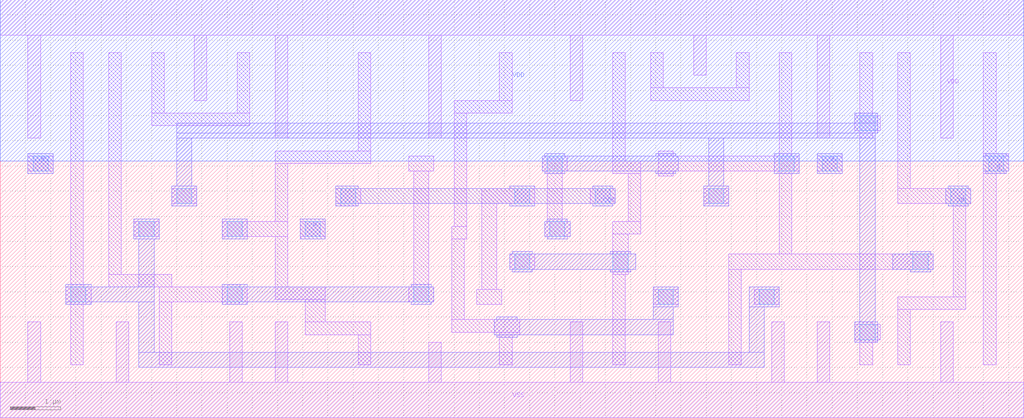
<source format=lef>
VERSION 5.7 ;
BUSBITCHARS "[]" ;
DIVIDERCHAR "/" ;

MACRO gf180mcu_osu_sc_gp12t3v3__clkinv_1
  CLASS BLOCK ;
  ORIGIN 0 0 ;
  FOREIGN gf180mcu_osu_sc_gp12t3v3__clkinv_1 ;
  SIZE 2.200 BY 8.300 ;
  PIN A
    ANTENNAGATEAREA 0.765000 ;
    PORT
      LAYER Metal2 ;
        RECT 0.550 4.850 1.050 5.250 ;
    END
  END A
  PIN Y
    ANTENNADIFFAREA 1.275000 ;
    PORT
      LAYER Metal2 ;
        RECT 1.300 3.550 1.800 3.950 ;
    END
  END Y
  PIN VDD
    ANTENNADIFFAREA 1.187500 ;
    PORT
      LAYER Nwell ;
        RECT 0.000 5.100 2.200 8.300 ;
      LAYER Metal1 ;
        RECT 0.000 7.600 2.200 8.300 ;
        RECT 0.550 5.550 0.800 7.600 ;
    END
  END VDD
  PIN VSS
    ANTENNADIFFAREA 0.762500 ;
    PORT
      LAYER Metal1 ;
        RECT 0.550 0.700 0.800 1.900 ;
        RECT 0.000 0.000 2.200 0.700 ;
    END
  END VSS
  OBS
      LAYER Metal1 ;
        RECT 0.550 4.900 1.050 5.200 ;
        RECT 1.400 3.900 1.650 7.250 ;
        RECT 1.300 3.600 1.800 3.900 ;
        RECT 1.400 1.050 1.650 3.600 ;
      LAYER Via1 ;
        RECT 0.650 4.900 0.950 5.200 ;
        RECT 1.400 3.600 1.700 3.900 ;
  END
END gf180mcu_osu_sc_gp12t3v3__clkinv_1


MACRO gf180mcu_osu_sc_gp12t3v3__inv_16
  CLASS BLOCK ;
  ORIGIN 0 0 ;
  FOREIGN gf180mcu_osu_sc_gp12t3v3__inv_16 ;
  SIZE 15.000 BY 8.300 ;
  PIN A
    ANTENNAGATEAREA 12.240001 ;
    PORT
      LAYER Metal2 ;
        RECT 0.400 3.550 0.900 3.950 ;
    END
  END A
  PIN Y
    ANTENNADIFFAREA 11.220001 ;
    PORT
      LAYER Metal2 ;
        RECT 13.150 4.200 13.650 4.600 ;
    END
  END Y
  PIN VDD
    ANTENNADIFFAREA 12.295001 ;
    PORT
      LAYER Nwell ;
        RECT 0.000 5.100 15.000 8.300 ;
      LAYER Metal1 ;
        RECT 0.000 7.600 15.000 8.300 ;
        RECT 0.550 5.550 0.800 7.600 ;
        RECT 2.250 5.550 2.500 7.600 ;
        RECT 3.950 5.550 4.200 7.600 ;
        RECT 5.650 5.550 5.900 7.600 ;
        RECT 7.350 5.550 7.600 7.600 ;
        RECT 9.050 5.550 9.300 7.600 ;
        RECT 10.750 5.550 11.000 7.600 ;
        RECT 12.450 5.550 12.700 7.600 ;
        RECT 14.150 5.550 14.400 7.600 ;
    END
  END VDD
  PIN VSS
    ANTENNADIFFAREA 8.172501 ;
    PORT
      LAYER Metal1 ;
        RECT 0.550 0.700 0.800 1.900 ;
        RECT 2.250 0.700 2.500 1.900 ;
        RECT 3.950 0.700 4.200 1.900 ;
        RECT 5.650 0.700 5.900 1.900 ;
        RECT 7.350 0.700 7.600 1.900 ;
        RECT 9.050 0.700 9.300 1.900 ;
        RECT 10.750 0.700 11.000 1.900 ;
        RECT 12.450 0.700 12.700 1.900 ;
        RECT 14.150 0.700 14.400 1.900 ;
        RECT 0.000 0.000 15.000 0.700 ;
    END
  END VSS
  OBS
      LAYER Metal1 ;
        RECT 1.400 4.800 1.650 7.250 ;
        RECT 3.100 4.800 3.350 7.250 ;
        RECT 4.800 4.800 5.050 7.250 ;
        RECT 6.500 4.800 6.750 7.250 ;
        RECT 8.200 4.800 8.450 7.250 ;
        RECT 9.900 4.800 10.150 7.250 ;
        RECT 11.600 4.800 11.850 7.250 ;
        RECT 13.300 4.800 13.550 7.250 ;
        RECT 1.400 4.550 13.550 4.800 ;
        RECT 0.400 3.600 0.900 3.900 ;
        RECT 1.400 2.400 1.650 4.550 ;
        RECT 3.100 2.400 3.350 4.550 ;
        RECT 4.800 2.400 5.050 4.550 ;
        RECT 6.500 2.400 6.750 4.550 ;
        RECT 8.200 2.400 8.450 4.550 ;
        RECT 9.900 2.400 10.150 4.550 ;
        RECT 11.600 2.400 11.850 4.550 ;
        RECT 13.150 4.200 13.550 4.550 ;
        RECT 13.300 2.400 13.550 4.200 ;
        RECT 1.400 2.150 13.550 2.400 ;
        RECT 1.400 1.050 1.650 2.150 ;
        RECT 3.100 1.050 3.350 2.150 ;
        RECT 4.800 1.050 5.050 2.150 ;
        RECT 6.500 1.050 6.750 2.150 ;
        RECT 8.200 1.050 8.450 2.150 ;
        RECT 9.900 1.050 10.150 2.150 ;
        RECT 11.600 1.050 11.850 2.150 ;
        RECT 13.300 1.050 13.550 2.150 ;
      LAYER Via1 ;
        RECT 0.500 3.600 0.800 3.900 ;
        RECT 13.250 4.250 13.550 4.550 ;
  END
END gf180mcu_osu_sc_gp12t3v3__inv_16


MACRO gf180mcu_osu_sc_gp12t3v3__fill_2
  CLASS BLOCK ;
  ORIGIN 0 0 ;
  FOREIGN gf180mcu_osu_sc_gp12t3v3__fill_2 ;
  SIZE 0.900 BY 8.200 ;
  PIN VDD
    PORT
      LAYER Metal1 ;
        RECT 0.000 7.600 0.200 8.200 ;
    END
  END VDD
  PIN VSS
    PORT
      LAYER Metal1 ;
        RECT 0.000 0.000 0.200 0.700 ;
    END
  END VSS
  OBS
      LAYER Nwell ;
        RECT 0.000 5.100 0.200 8.200 ;
  END
END gf180mcu_osu_sc_gp12t3v3__fill_2


MACRO gf180mcu_osu_sc_gp12t3v3__clkbuf_1
  CLASS BLOCK ;
  ORIGIN 0 0 ;
  FOREIGN gf180mcu_osu_sc_gp12t3v3__clkbuf_1 ;
  SIZE 3.100 BY 8.300 ;
  PIN A
    ANTENNAGATEAREA 0.765000 ;
    PORT
      LAYER Metal2 ;
        RECT 1.100 4.550 1.500 4.600 ;
        RECT 1.050 4.250 1.550 4.550 ;
        RECT 1.100 4.200 1.500 4.250 ;
    END
  END A
  PIN Y
    ANTENNADIFFAREA 1.275000 ;
    PORT
      LAYER Metal2 ;
        RECT 2.150 4.850 2.650 5.250 ;
    END
  END Y
  PIN VDD
    ANTENNADIFFAREA 1.610000 ;
    PORT
      LAYER Nwell ;
        RECT 0.000 5.100 3.100 8.300 ;
      LAYER Metal1 ;
        RECT 0.000 7.600 3.100 8.300 ;
        RECT 1.400 5.550 1.650 7.600 ;
    END
  END VDD
  PIN VSS
    ANTENNADIFFAREA 1.142500 ;
    PORT
      LAYER Metal1 ;
        RECT 1.400 0.700 1.650 1.900 ;
        RECT 0.000 0.000 3.100 0.700 ;
    END
  END VSS
  OBS
      LAYER Metal1 ;
        RECT 0.550 3.300 0.800 7.250 ;
        RECT 2.250 5.200 2.500 7.250 ;
        RECT 2.150 4.900 2.650 5.200 ;
        RECT 1.050 4.250 1.550 4.550 ;
        RECT 0.550 3.000 2.000 3.300 ;
        RECT 0.550 1.050 0.800 3.000 ;
        RECT 2.250 1.050 2.500 4.900 ;
      LAYER Via1 ;
        RECT 2.250 4.900 2.550 5.200 ;
        RECT 1.150 4.250 1.450 4.550 ;
  END
END gf180mcu_osu_sc_gp12t3v3__clkbuf_1


MACRO gf180mcu_osu_sc_gp12t3v3__tiel
  CLASS BLOCK ;
  ORIGIN 0 0 ;
  FOREIGN gf180mcu_osu_sc_gp12t3v3__tiel ;
  SIZE 2.200 BY 8.300 ;
  PIN Y
    ANTENNADIFFAREA 0.425000 ;
    PORT
      LAYER Metal2 ;
        RECT 1.300 2.150 1.800 2.550 ;
    END
  END Y
  PIN VDD
    ANTENNADIFFAREA 1.187500 ;
    PORT
      LAYER Nwell ;
        RECT 0.000 5.100 2.200 8.300 ;
      LAYER Metal1 ;
        RECT 0.000 7.600 2.200 8.300 ;
        RECT 0.550 5.550 0.800 7.600 ;
    END
  END VDD
  PIN VSS
    ANTENNADIFFAREA 0.762500 ;
    PORT
      LAYER Metal1 ;
        RECT 0.550 0.700 0.800 1.900 ;
        RECT 0.000 0.000 2.200 0.700 ;
    END
  END VSS
  OBS
      LAYER Metal1 ;
        RECT 1.400 5.200 1.650 7.250 ;
        RECT 1.150 4.950 1.650 5.200 ;
        RECT 1.400 2.500 1.650 2.550 ;
        RECT 1.300 2.200 1.800 2.500 ;
        RECT 1.400 1.050 1.650 2.200 ;
      LAYER Via1 ;
        RECT 1.400 2.200 1.700 2.500 ;
  END
END gf180mcu_osu_sc_gp12t3v3__tiel


MACRO gf180mcu_osu_sc_gp12t3v3__clkinv_16
  CLASS BLOCK ;
  ORIGIN 0 0 ;
  FOREIGN gf180mcu_osu_sc_gp12t3v3__clkinv_16 ;
  SIZE 15.000 BY 8.300 ;
  PIN A
    ANTENNAGATEAREA 12.240001 ;
    PORT
      LAYER Metal2 ;
        RECT 0.400 3.550 0.900 3.950 ;
    END
  END A
  PIN Y
    ANTENNADIFFAREA 11.220001 ;
    PORT
      LAYER Metal2 ;
        RECT 13.150 4.450 13.650 4.850 ;
    END
  END Y
  PIN VDD
    ANTENNADIFFAREA 12.295001 ;
    PORT
      LAYER Nwell ;
        RECT 0.000 5.100 15.000 8.300 ;
      LAYER Metal1 ;
        RECT 0.000 7.600 15.000 8.300 ;
        RECT 0.550 5.550 0.800 7.600 ;
        RECT 2.250 5.550 2.500 7.600 ;
        RECT 3.950 5.550 4.200 7.600 ;
        RECT 5.650 5.550 5.900 7.600 ;
        RECT 7.350 5.550 7.600 7.600 ;
        RECT 9.050 5.550 9.300 7.600 ;
        RECT 10.750 5.550 11.000 7.600 ;
        RECT 12.450 5.550 12.700 7.600 ;
        RECT 14.150 5.550 14.400 7.600 ;
    END
  END VDD
  PIN VSS
    ANTENNADIFFAREA 8.172501 ;
    PORT
      LAYER Metal1 ;
        RECT 0.550 0.700 0.800 1.900 ;
        RECT 2.250 0.700 2.500 1.900 ;
        RECT 3.950 0.700 4.200 1.900 ;
        RECT 5.650 0.700 5.900 1.900 ;
        RECT 7.350 0.700 7.600 1.900 ;
        RECT 9.050 0.700 9.300 1.900 ;
        RECT 10.750 0.700 11.000 1.900 ;
        RECT 12.450 0.700 12.700 1.900 ;
        RECT 14.150 0.700 14.400 1.900 ;
        RECT 0.000 0.000 15.000 0.700 ;
    END
  END VSS
  OBS
      LAYER Metal1 ;
        RECT 1.400 4.800 1.650 7.250 ;
        RECT 3.100 4.800 3.350 7.250 ;
        RECT 4.800 4.800 5.050 7.250 ;
        RECT 6.500 4.800 6.750 7.250 ;
        RECT 8.200 4.800 8.450 7.250 ;
        RECT 9.900 4.800 10.150 7.250 ;
        RECT 11.600 4.800 11.850 7.250 ;
        RECT 13.300 4.800 13.550 7.250 ;
        RECT 1.400 4.550 13.550 4.800 ;
        RECT 0.400 3.600 0.900 3.900 ;
        RECT 1.400 2.400 1.650 4.550 ;
        RECT 3.100 2.400 3.350 4.550 ;
        RECT 4.800 2.400 5.050 4.550 ;
        RECT 6.500 2.400 6.750 4.550 ;
        RECT 8.200 2.400 8.450 4.550 ;
        RECT 9.900 2.400 10.150 4.550 ;
        RECT 11.600 2.400 11.850 4.550 ;
        RECT 13.150 4.450 13.550 4.550 ;
        RECT 13.300 2.400 13.550 4.450 ;
        RECT 1.400 2.150 13.550 2.400 ;
        RECT 1.400 1.050 1.650 2.150 ;
        RECT 3.100 1.050 3.350 2.150 ;
        RECT 4.800 1.050 5.050 2.150 ;
        RECT 6.500 1.050 6.750 2.150 ;
        RECT 8.200 1.050 8.450 2.150 ;
        RECT 9.900 1.050 10.150 2.150 ;
        RECT 11.600 1.050 11.850 2.150 ;
        RECT 13.300 1.050 13.550 2.150 ;
      LAYER Via1 ;
        RECT 0.500 3.600 0.800 3.900 ;
        RECT 13.250 4.500 13.550 4.800 ;
  END
END gf180mcu_osu_sc_gp12t3v3__clkinv_16


MACRO gf180mcu_osu_sc_gp12t3v3__buf_1
  CLASS BLOCK ;
  ORIGIN 0 0 ;
  FOREIGN gf180mcu_osu_sc_gp12t3v3__buf_1 ;
  SIZE 3.100 BY 8.300 ;
  PIN A
    ANTENNAGATEAREA 0.765000 ;
    PORT
      LAYER Metal2 ;
        RECT 1.100 4.550 1.500 4.600 ;
        RECT 1.050 4.250 1.550 4.550 ;
        RECT 1.100 4.200 1.500 4.250 ;
    END
  END A
  PIN Y
    ANTENNADIFFAREA 1.275000 ;
    PORT
      LAYER Metal2 ;
        RECT 2.150 4.850 2.650 5.250 ;
    END
  END Y
  PIN VDD
    ANTENNADIFFAREA 1.610000 ;
    PORT
      LAYER Nwell ;
        RECT 0.000 5.100 3.100 8.300 ;
      LAYER Metal1 ;
        RECT 0.000 7.600 3.100 8.300 ;
        RECT 1.400 5.550 1.650 7.600 ;
    END
  END VDD
  PIN VSS
    ANTENNADIFFAREA 1.142500 ;
    PORT
      LAYER Metal1 ;
        RECT 1.400 0.700 1.650 1.900 ;
        RECT 0.000 0.000 3.100 0.700 ;
    END
  END VSS
  OBS
      LAYER Metal1 ;
        RECT 0.550 3.300 0.800 7.250 ;
        RECT 2.250 5.200 2.500 7.250 ;
        RECT 2.150 4.900 2.650 5.200 ;
        RECT 1.050 4.250 1.550 4.550 ;
        RECT 0.550 3.000 2.000 3.300 ;
        RECT 0.550 1.050 0.800 3.000 ;
        RECT 2.250 1.050 2.500 4.900 ;
      LAYER Via1 ;
        RECT 2.250 4.900 2.550 5.200 ;
        RECT 1.150 4.250 1.450 4.550 ;
  END
END gf180mcu_osu_sc_gp12t3v3__buf_1


MACRO gf180mcu_osu_sc_gp12t3v3__dff_1
  CLASS BLOCK ;
  ORIGIN 0 0 ;
  FOREIGN gf180mcu_osu_sc_gp12t3v3__dff_1 ;
  SIZE 13.000 BY 8.300 ;
  PIN D
    ANTENNAGATEAREA 0.765000 ;
    PORT
      LAYER Metal2 ;
        RECT 1.900 3.900 2.400 3.950 ;
        RECT 1.750 3.600 2.550 3.900 ;
        RECT 1.900 3.550 2.400 3.600 ;
    END
  END D
  PIN CLK
    ANTENNAGATEAREA 2.220000 ;
    PORT
      LAYER Metal2 ;
        RECT 3.250 4.550 3.700 4.600 ;
        RECT 6.050 4.550 6.550 4.600 ;
        RECT 7.700 4.550 8.100 4.600 ;
        RECT 3.250 4.250 8.150 4.550 ;
        RECT 3.250 4.200 3.700 4.250 ;
        RECT 6.050 4.200 6.550 4.250 ;
        RECT 7.700 4.200 8.100 4.250 ;
    END
  END CLK
  PIN Q
    ANTENNADIFFAREA 1.275000 ;
    PORT
      LAYER Metal2 ;
        RECT 12.200 5.200 12.600 5.250 ;
        RECT 12.150 4.900 12.650 5.200 ;
        RECT 12.200 4.850 12.600 4.900 ;
    END
  END Q
  PIN QN
    ANTENNAGATEAREA 0.765000 ;
    ANTENNADIFFAREA 1.275000 ;
    PORT
      LAYER Metal2 ;
        RECT 11.450 4.550 11.850 4.600 ;
        RECT 11.400 4.250 11.900 4.550 ;
        RECT 11.450 4.200 11.850 4.250 ;
    END
  END QN
  PIN VDD
    ANTENNADIFFAREA 7.965001 ;
    PORT
      LAYER Nwell ;
        RECT 0.000 5.100 13.000 8.300 ;
      LAYER Metal1 ;
        RECT 0.000 7.600 13.000 8.300 ;
        RECT 1.400 5.550 1.650 7.600 ;
        RECT 4.450 5.550 4.700 7.600 ;
        RECT 7.250 6.300 7.500 7.600 ;
        RECT 8.850 5.550 9.100 7.600 ;
        RECT 11.300 5.550 11.550 7.600 ;
    END
  END VDD
  PIN VSS
    ANTENNADIFFAREA 5.595000 ;
    PORT
      LAYER Metal1 ;
        RECT 1.400 0.700 1.650 1.900 ;
        RECT 4.450 0.700 4.700 1.500 ;
        RECT 7.250 0.700 7.500 1.900 ;
        RECT 8.850 0.700 9.100 1.550 ;
        RECT 11.300 0.700 11.550 1.900 ;
        RECT 0.000 0.000 13.000 0.700 ;
    END
  END VSS
  OBS
      LAYER Metal1 ;
        RECT 0.550 2.700 0.800 7.250 ;
        RECT 3.050 5.300 3.300 7.250 ;
        RECT 5.850 6.300 6.100 7.250 ;
        RECT 1.400 5.050 3.300 5.300 ;
        RECT 4.950 6.050 6.100 6.300 ;
        RECT 1.400 4.550 1.650 5.050 ;
        RECT 4.050 4.900 4.550 5.200 ;
        RECT 1.050 4.250 1.650 4.550 ;
        RECT 2.600 4.250 3.750 4.550 ;
        RECT 0.500 2.200 0.800 2.700 ;
        RECT 1.400 2.600 1.650 4.250 ;
        RECT 3.350 4.200 3.650 4.250 ;
        RECT 1.900 3.600 2.400 3.900 ;
        RECT 2.900 2.950 3.400 3.250 ;
        RECT 4.150 2.600 4.450 4.900 ;
        RECT 4.950 3.800 5.200 6.050 ;
        RECT 6.700 4.900 7.200 5.200 ;
        RECT 8.100 5.100 8.350 7.250 ;
        RECT 4.900 3.550 5.200 3.800 ;
        RECT 5.500 4.250 6.550 4.550 ;
        RECT 1.400 2.350 2.400 2.600 ;
        RECT 0.550 1.050 0.800 2.200 ;
        RECT 2.000 1.900 2.400 2.350 ;
        RECT 4.050 2.300 4.550 2.600 ;
        RECT 4.900 1.950 5.150 3.550 ;
        RECT 5.500 2.650 5.800 4.250 ;
        RECT 6.800 3.900 7.100 4.900 ;
        RECT 8.100 4.850 8.900 5.100 ;
        RECT 7.650 4.250 8.150 4.550 ;
        RECT 8.600 3.900 8.900 4.850 ;
        RECT 6.750 3.600 7.300 3.900 ;
        RECT 8.100 3.650 8.900 3.900 ;
        RECT 6.800 3.550 7.200 3.600 ;
        RECT 8.100 2.850 8.400 3.650 ;
        RECT 9.050 3.250 9.350 3.350 ;
        RECT 9.700 3.250 9.950 7.250 ;
        RECT 10.450 4.550 10.700 7.250 ;
        RECT 12.150 5.250 12.400 7.250 ;
        RECT 12.150 4.900 12.650 5.250 ;
        RECT 12.150 4.850 12.600 4.900 ;
        RECT 10.450 4.250 11.900 4.550 ;
        RECT 8.950 2.950 9.450 3.250 ;
        RECT 9.700 2.950 11.150 3.250 ;
        RECT 5.400 2.250 5.900 2.650 ;
        RECT 2.000 1.650 3.300 1.900 ;
        RECT 4.900 1.700 6.250 1.950 ;
        RECT 3.050 1.050 3.300 1.650 ;
        RECT 5.850 1.650 6.250 1.700 ;
        RECT 5.850 1.050 6.100 1.650 ;
        RECT 8.100 1.050 8.350 2.850 ;
        RECT 9.050 2.100 9.350 2.950 ;
        RECT 8.950 1.800 9.450 2.100 ;
        RECT 9.700 1.050 9.950 2.950 ;
        RECT 11.550 2.400 11.800 4.250 ;
        RECT 10.450 2.150 11.800 2.400 ;
        RECT 10.450 1.050 10.700 2.150 ;
        RECT 12.150 1.050 12.400 4.850 ;
      LAYER Via1 ;
        RECT 3.350 4.250 3.650 4.550 ;
        RECT 0.500 2.300 0.800 2.600 ;
        RECT 2.000 3.600 2.300 3.900 ;
        RECT 3.000 2.950 3.300 3.250 ;
        RECT 6.800 4.900 7.100 5.200 ;
        RECT 6.150 4.250 6.450 4.550 ;
        RECT 4.150 2.300 4.450 2.600 ;
        RECT 7.750 4.250 8.050 4.550 ;
        RECT 6.850 3.600 7.150 3.900 ;
        RECT 12.250 4.900 12.550 5.200 ;
        RECT 11.500 4.250 11.800 4.550 ;
        RECT 8.100 2.950 8.400 3.250 ;
        RECT 10.750 2.950 11.050 3.250 ;
        RECT 9.050 1.800 9.350 2.100 ;
      LAYER Metal2 ;
        RECT 6.750 5.200 7.150 5.250 ;
        RECT 6.700 4.900 9.900 5.200 ;
        RECT 6.750 4.850 7.150 4.900 ;
        RECT 6.800 3.900 7.200 3.950 ;
        RECT 6.750 3.600 7.250 3.900 ;
        RECT 6.800 3.550 7.200 3.600 ;
        RECT 2.950 3.250 3.350 3.300 ;
        RECT 8.050 3.250 8.450 3.300 ;
        RECT 9.600 3.250 9.900 4.900 ;
        RECT 10.700 3.250 11.100 3.300 ;
        RECT 2.900 2.950 8.550 3.250 ;
        RECT 9.600 2.950 11.150 3.250 ;
        RECT 2.950 2.900 3.350 2.950 ;
        RECT 8.050 2.900 8.450 2.950 ;
        RECT 10.700 2.900 11.100 2.950 ;
        RECT 0.450 2.600 0.850 2.650 ;
        RECT 4.100 2.600 4.500 2.650 ;
        RECT 0.400 2.300 4.550 2.600 ;
        RECT 0.450 2.250 0.850 2.300 ;
        RECT 4.100 2.250 4.500 2.300 ;
        RECT 9.000 2.100 9.400 2.150 ;
        RECT 5.800 1.950 6.200 2.000 ;
        RECT 8.500 1.950 9.450 2.100 ;
        RECT 5.750 1.800 9.450 1.950 ;
        RECT 5.750 1.750 9.400 1.800 ;
        RECT 5.750 1.650 8.800 1.750 ;
        RECT 5.800 1.600 6.200 1.650 ;
  END
END gf180mcu_osu_sc_gp12t3v3__dff_1


MACRO gf180mcu_osu_sc_gp12t3v3__inv_4
  CLASS BLOCK ;
  ORIGIN 0 0 ;
  FOREIGN gf180mcu_osu_sc_gp12t3v3__inv_4 ;
  SIZE 4.800 BY 8.300 ;
  PIN A
    ANTENNAGATEAREA 3.060000 ;
    PORT
      LAYER Metal2 ;
        RECT 0.400 3.550 0.900 3.950 ;
    END
  END A
  PIN Y
    ANTENNADIFFAREA 2.805000 ;
    PORT
      LAYER Metal2 ;
        RECT 2.950 4.200 3.450 4.600 ;
    END
  END Y
  PIN VDD
    ANTENNADIFFAREA 3.647500 ;
    PORT
      LAYER Nwell ;
        RECT 0.000 5.100 4.800 8.300 ;
      LAYER Metal1 ;
        RECT 0.000 7.600 4.800 8.300 ;
        RECT 0.550 5.550 0.800 7.600 ;
        RECT 2.250 5.550 2.500 7.600 ;
        RECT 3.950 5.550 4.200 7.600 ;
    END
  END VDD
  PIN VSS
    ANTENNADIFFAREA 2.330000 ;
    PORT
      LAYER Metal1 ;
        RECT 0.550 0.700 0.800 1.900 ;
        RECT 2.250 0.700 2.500 1.900 ;
        RECT 3.950 0.700 4.200 1.900 ;
        RECT 0.000 0.000 4.800 0.700 ;
    END
  END VSS
  OBS
      LAYER Metal1 ;
        RECT 1.400 4.800 1.650 7.250 ;
        RECT 3.100 4.800 3.350 7.250 ;
        RECT 1.400 4.550 3.350 4.800 ;
        RECT 0.400 3.600 0.900 3.900 ;
        RECT 1.400 2.400 1.650 4.550 ;
        RECT 2.950 4.200 3.350 4.550 ;
        RECT 3.100 2.400 3.350 4.200 ;
        RECT 1.400 2.150 3.350 2.400 ;
        RECT 1.400 1.050 1.650 2.150 ;
        RECT 3.100 1.050 3.350 2.150 ;
      LAYER Via1 ;
        RECT 0.500 3.600 0.800 3.900 ;
        RECT 3.050 4.250 3.350 4.550 ;
  END
END gf180mcu_osu_sc_gp12t3v3__inv_4


MACRO gf180mcu_osu_sc_gp12t3v3__inv_8
  CLASS BLOCK ;
  ORIGIN 0 0 ;
  FOREIGN gf180mcu_osu_sc_gp12t3v3__inv_8 ;
  SIZE 8.150 BY 8.300 ;
  PIN A
    ANTENNAGATEAREA 6.120000 ;
    PORT
      LAYER Metal2 ;
        RECT 0.400 3.550 0.900 3.950 ;
    END
  END A
  PIN Y
    ANTENNADIFFAREA 5.610001 ;
    PORT
      LAYER Metal2 ;
        RECT 6.350 4.200 6.850 4.600 ;
    END
  END Y
  PIN VDD
    ANTENNADIFFAREA 6.530001 ;
    PORT
      LAYER Nwell ;
        RECT 0.000 5.100 8.150 8.300 ;
      LAYER Metal1 ;
        RECT 0.000 7.600 8.150 8.300 ;
        RECT 0.550 5.550 0.800 7.600 ;
        RECT 2.250 5.550 2.500 7.600 ;
        RECT 3.950 5.550 4.200 7.600 ;
        RECT 5.650 5.550 5.900 7.600 ;
        RECT 7.350 5.550 7.600 7.600 ;
    END
  END VDD
  PIN VSS
    ANTENNADIFFAREA 4.277500 ;
    PORT
      LAYER Metal1 ;
        RECT 0.550 0.700 0.800 1.900 ;
        RECT 2.250 0.700 2.500 1.900 ;
        RECT 3.950 0.700 4.200 1.900 ;
        RECT 5.650 0.700 5.900 1.900 ;
        RECT 7.350 0.700 7.600 1.900 ;
        RECT 0.000 0.000 8.150 0.700 ;
    END
  END VSS
  OBS
      LAYER Metal1 ;
        RECT 1.400 4.800 1.650 7.250 ;
        RECT 3.100 4.800 3.350 7.250 ;
        RECT 4.800 4.800 5.050 7.250 ;
        RECT 6.500 4.800 6.750 7.250 ;
        RECT 1.400 4.550 6.750 4.800 ;
        RECT 0.400 3.600 0.900 3.900 ;
        RECT 1.400 2.400 1.650 4.550 ;
        RECT 3.100 2.400 3.350 4.550 ;
        RECT 4.800 2.400 5.050 4.550 ;
        RECT 6.350 4.200 6.750 4.550 ;
        RECT 6.500 2.400 6.750 4.200 ;
        RECT 1.400 2.150 6.750 2.400 ;
        RECT 1.400 1.050 1.650 2.150 ;
        RECT 3.100 1.050 3.350 2.150 ;
        RECT 4.800 1.050 5.050 2.150 ;
        RECT 6.500 1.050 6.750 2.150 ;
      LAYER Via1 ;
        RECT 0.500 3.600 0.800 3.900 ;
        RECT 6.450 4.250 6.750 4.550 ;
  END
END gf180mcu_osu_sc_gp12t3v3__inv_8


MACRO gf180mcu_osu_sc_gp12t3v3__fill_1
  CLASS BLOCK ;
  ORIGIN 0 0 ;
  FOREIGN gf180mcu_osu_sc_gp12t3v3__fill_1 ;
  SIZE 0.900 BY 8.300 ;
  PIN VDD
    PORT
      LAYER Metal1 ;
        RECT 0.000 7.600 0.100 8.300 ;
    END
  END VDD
  PIN VSS
    PORT
      LAYER Metal1 ;
        RECT 0.000 0.000 0.100 0.700 ;
    END
  END VSS
  OBS
      LAYER Nwell ;
        RECT 0.000 5.100 0.100 8.300 ;
  END
END gf180mcu_osu_sc_gp12t3v3__fill_1


MACRO gf180mcu_osu_sc_gp12t3v3__clkbuf_4
  CLASS BLOCK ;
  ORIGIN 0 0 ;
  FOREIGN gf180mcu_osu_sc_gp12t3v3__clkbuf_4 ;
  SIZE 5.600 BY 8.300 ;
  PIN A
    ANTENNAGATEAREA 0.765000 ;
    PORT
      LAYER Metal2 ;
        RECT 1.100 4.550 1.500 4.600 ;
        RECT 1.050 4.250 1.550 4.550 ;
        RECT 1.100 4.200 1.500 4.250 ;
    END
  END A
  PIN Y
    ANTENNADIFFAREA 2.805000 ;
    PORT
      LAYER Metal2 ;
        RECT 3.850 5.250 4.350 5.300 ;
        RECT 3.800 4.950 4.350 5.250 ;
        RECT 3.850 4.900 4.350 4.950 ;
    END
  END Y
  PIN VDD
    ANTENNADIFFAREA 4.070000 ;
    PORT
      LAYER Nwell ;
        RECT 0.000 5.100 5.600 8.300 ;
      LAYER Metal1 ;
        RECT 0.000 7.600 5.600 8.300 ;
        RECT 1.400 5.550 1.650 7.600 ;
        RECT 3.100 5.550 3.350 7.600 ;
        RECT 4.800 5.550 5.050 7.600 ;
    END
  END VDD
  PIN VSS
    ANTENNADIFFAREA 2.710000 ;
    PORT
      LAYER Metal1 ;
        RECT 1.400 0.700 1.650 1.900 ;
        RECT 3.100 0.700 3.350 1.900 ;
        RECT 4.800 0.700 5.050 1.900 ;
        RECT 0.000 0.000 5.600 0.700 ;
    END
  END VSS
  OBS
      LAYER Metal1 ;
        RECT 0.550 3.300 0.800 7.250 ;
        RECT 2.250 5.250 2.500 7.250 ;
        RECT 3.950 5.250 4.200 7.250 ;
        RECT 2.250 4.950 4.350 5.250 ;
        RECT 1.050 4.250 1.550 4.550 ;
        RECT 0.550 3.000 2.000 3.300 ;
        RECT 0.550 1.050 0.800 3.000 ;
        RECT 2.250 2.400 2.500 4.950 ;
        RECT 3.950 2.400 4.200 4.950 ;
        RECT 2.250 2.150 4.200 2.400 ;
        RECT 2.250 1.050 2.500 2.150 ;
        RECT 3.950 1.050 4.200 2.150 ;
      LAYER Via1 ;
        RECT 3.950 4.950 4.250 5.250 ;
        RECT 1.150 4.250 1.450 4.550 ;
  END
END gf180mcu_osu_sc_gp12t3v3__clkbuf_4


MACRO gf180mcu_osu_sc_gp12t3v3__xor2_1
  CLASS BLOCK ;
  ORIGIN 0 0 ;
  FOREIGN gf180mcu_osu_sc_gp12t3v3__xor2_1 ;
  SIZE 6.200 BY 8.300 ;
  PIN A
    ANTENNAGATEAREA 1.530000 ;
    PORT
      LAYER Metal2 ;
        RECT 1.300 2.600 1.700 2.650 ;
        RECT 1.250 2.300 1.750 2.600 ;
        RECT 1.300 2.250 1.700 2.300 ;
    END
  END A
  PIN B
    ANTENNAGATEAREA 1.530000 ;
    PORT
      LAYER Metal2 ;
        RECT 2.000 3.900 2.400 3.950 ;
        RECT 4.650 3.900 5.050 3.950 ;
        RECT 1.950 3.600 2.450 3.900 ;
        RECT 4.600 3.600 5.100 3.900 ;
        RECT 2.000 3.550 2.400 3.600 ;
        RECT 4.650 3.550 5.050 3.600 ;
    END
  END B
  PIN Y
    ANTENNADIFFAREA 2.192500 ;
    PORT
      LAYER Metal2 ;
        RECT 2.900 5.900 3.200 6.050 ;
        RECT 2.850 5.500 3.250 5.900 ;
        RECT 2.900 2.000 3.200 5.500 ;
        RECT 2.800 1.600 3.300 2.000 ;
    END
  END Y
  PIN VDD
    ANTENNADIFFAREA 3.557500 ;
    PORT
      LAYER Nwell ;
        RECT 0.000 5.100 6.200 8.300 ;
      LAYER Metal1 ;
        RECT 0.000 7.600 6.200 8.300 ;
        RECT 1.400 5.550 1.650 7.600 ;
        RECT 4.500 5.550 4.750 7.600 ;
    END
  END VDD
  PIN VSS
    ANTENNADIFFAREA 2.622500 ;
    PORT
      LAYER Metal1 ;
        RECT 1.400 0.700 1.650 1.900 ;
        RECT 4.500 0.700 4.750 1.900 ;
        RECT 0.000 0.000 6.200 0.700 ;
    END
  END VSS
  OBS
      LAYER Metal1 ;
        RECT 0.550 4.550 0.800 7.250 ;
        RECT 2.950 5.950 3.200 7.250 ;
        RECT 2.900 5.450 3.200 5.950 ;
        RECT 5.350 5.200 5.600 7.250 ;
        RECT 2.550 4.900 5.600 5.200 ;
        RECT 0.550 4.250 4.050 4.550 ;
        RECT 0.550 1.050 0.800 4.250 ;
        RECT 1.950 3.600 5.100 3.900 ;
        RECT 5.350 2.600 5.600 4.900 ;
        RECT 1.250 2.300 1.750 2.600 ;
        RECT 4.050 2.300 5.600 2.600 ;
        RECT 2.900 1.500 3.200 2.050 ;
        RECT 2.950 1.050 3.200 1.500 ;
        RECT 5.350 1.050 5.600 2.300 ;
      LAYER Via1 ;
        RECT 2.900 5.550 3.200 5.850 ;
        RECT 2.050 3.600 2.350 3.900 ;
        RECT 4.700 3.600 5.000 3.900 ;
        RECT 1.350 2.300 1.650 2.600 ;
        RECT 2.900 1.650 3.200 1.950 ;
  END
END gf180mcu_osu_sc_gp12t3v3__xor2_1


MACRO gf180mcu_osu_sc_gp12t3v3__buf_4
  CLASS BLOCK ;
  ORIGIN 0 0 ;
  FOREIGN gf180mcu_osu_sc_gp12t3v3__buf_4 ;
  SIZE 5.600 BY 8.300 ;
  PIN A
    ANTENNAGATEAREA 0.765000 ;
    PORT
      LAYER Metal2 ;
        RECT 1.100 4.550 1.500 4.600 ;
        RECT 1.050 4.250 1.550 4.550 ;
        RECT 1.100 4.200 1.500 4.250 ;
    END
  END A
  PIN Y
    ANTENNADIFFAREA 2.805000 ;
    PORT
      LAYER Metal2 ;
        RECT 3.800 4.950 4.350 5.250 ;
        RECT 3.850 4.850 4.350 4.950 ;
    END
  END Y
  PIN VDD
    ANTENNADIFFAREA 4.070000 ;
    PORT
      LAYER Nwell ;
        RECT 0.000 5.100 5.600 8.300 ;
      LAYER Metal1 ;
        RECT 0.000 7.600 5.600 8.300 ;
        RECT 1.400 5.550 1.650 7.600 ;
        RECT 3.100 5.550 3.350 7.600 ;
        RECT 4.800 5.550 5.050 7.600 ;
    END
  END VDD
  PIN VSS
    ANTENNADIFFAREA 2.710000 ;
    PORT
      LAYER Metal1 ;
        RECT 1.400 0.700 1.650 1.900 ;
        RECT 3.100 0.700 3.350 1.900 ;
        RECT 4.800 0.700 5.050 1.900 ;
        RECT 0.000 0.000 5.600 0.700 ;
    END
  END VSS
  OBS
      LAYER Metal1 ;
        RECT 0.550 3.300 0.800 7.250 ;
        RECT 2.250 5.250 2.500 7.250 ;
        RECT 3.950 5.250 4.200 7.250 ;
        RECT 2.250 5.200 4.200 5.250 ;
        RECT 2.250 4.950 4.350 5.200 ;
        RECT 1.050 4.250 1.550 4.550 ;
        RECT 0.550 3.000 2.000 3.300 ;
        RECT 0.550 1.050 0.800 3.000 ;
        RECT 2.250 2.400 2.500 4.950 ;
        RECT 3.850 4.900 4.350 4.950 ;
        RECT 3.950 2.400 4.200 4.900 ;
        RECT 2.250 2.150 4.200 2.400 ;
        RECT 2.250 1.050 2.500 2.150 ;
        RECT 3.950 1.050 4.200 2.150 ;
      LAYER Via1 ;
        RECT 1.150 4.250 1.450 4.550 ;
        RECT 3.950 4.900 4.250 5.200 ;
  END
END gf180mcu_osu_sc_gp12t3v3__buf_4


MACRO gf180mcu_osu_sc_gp12t3v3__tieh
  CLASS BLOCK ;
  ORIGIN 0 0 ;
  FOREIGN gf180mcu_osu_sc_gp12t3v3__tieh ;
  SIZE 2.200 BY 8.300 ;
  PIN Y
    ANTENNADIFFAREA 0.850000 ;
    PORT
      LAYER Metal2 ;
        RECT 1.300 4.850 1.800 5.250 ;
    END
  END Y
  PIN VDD
    ANTENNADIFFAREA 1.187500 ;
    PORT
      LAYER Nwell ;
        RECT 0.000 5.100 2.200 8.300 ;
      LAYER Metal1 ;
        RECT 0.000 7.600 2.200 8.300 ;
        RECT 0.550 5.550 0.800 7.600 ;
    END
  END VDD
  PIN VSS
    ANTENNADIFFAREA 0.762500 ;
    PORT
      LAYER Metal1 ;
        RECT 0.550 0.700 0.800 1.900 ;
        RECT 0.000 0.000 2.200 0.700 ;
    END
  END VSS
  OBS
      LAYER Metal1 ;
        RECT 1.400 5.200 1.650 7.250 ;
        RECT 1.300 4.900 1.800 5.200 ;
        RECT 1.400 4.850 1.650 4.900 ;
        RECT 1.150 2.300 1.650 2.550 ;
        RECT 1.400 1.050 1.650 2.300 ;
      LAYER Via1 ;
        RECT 1.400 4.900 1.700 5.200 ;
  END
END gf180mcu_osu_sc_gp12t3v3__tieh


MACRO gf180mcu_osu_sc_gp12t3v3__addf_1
  CLASS BLOCK ;
  ORIGIN 0 0 ;
  FOREIGN gf180mcu_osu_sc_gp12t3v3__addf_1 ;
  SIZE 14.000 BY 8.350 ;
  PIN A
    ANTENNAGATEAREA 3.060000 ;
    PORT
      LAYER Metal2 ;
        RECT 0.650 3.900 1.050 3.950 ;
        RECT 4.650 3.900 5.050 3.950 ;
        RECT 8.750 3.900 9.150 3.950 ;
        RECT 0.600 3.600 9.200 3.900 ;
        RECT 0.650 3.550 1.050 3.600 ;
        RECT 4.650 3.550 5.050 3.600 ;
        RECT 8.750 3.550 9.150 3.600 ;
    END
  END A
  PIN B
    ANTENNAGATEAREA 3.060000 ;
    PORT
      LAYER Metal2 ;
        RECT 1.550 4.550 1.950 4.600 ;
        RECT 3.650 4.550 4.050 4.600 ;
        RECT 5.800 4.550 6.200 4.600 ;
        RECT 9.600 4.550 10.000 4.600 ;
        RECT 1.500 4.250 4.100 4.550 ;
        RECT 5.750 4.250 10.050 4.550 ;
        RECT 1.550 4.200 1.950 4.250 ;
        RECT 3.650 4.200 4.050 4.250 ;
        RECT 5.800 4.200 6.200 4.250 ;
        RECT 9.600 4.200 10.000 4.250 ;
    END
  END B
  PIN CI
    ANTENNAGATEAREA 2.295000 ;
    PORT
      LAYER Metal2 ;
        RECT 2.400 3.250 2.800 3.300 ;
        RECT 2.350 2.950 2.850 3.250 ;
        RECT 2.400 2.900 2.800 2.950 ;
        RECT 2.450 2.600 2.750 2.900 ;
        RECT 6.700 2.600 7.100 2.650 ;
        RECT 10.100 2.600 10.500 2.650 ;
        RECT 2.450 2.300 10.550 2.600 ;
        RECT 6.700 2.250 7.100 2.300 ;
        RECT 10.100 2.250 10.500 2.300 ;
        RECT 6.750 2.200 7.050 2.250 ;
        RECT 10.150 2.200 10.450 2.250 ;
    END
  END CI
  PIN S
    ANTENNADIFFAREA 1.275000 ;
    PORT
      LAYER Metal2 ;
        RECT 11.550 4.550 11.950 4.600 ;
        RECT 11.500 4.250 12.000 4.550 ;
        RECT 11.550 4.200 11.950 4.250 ;
    END
  END S
  PIN CO
    ANTENNADIFFAREA 1.275000 ;
    PORT
      LAYER Metal2 ;
        RECT 13.300 3.250 13.700 3.300 ;
        RECT 13.250 2.950 13.750 3.250 ;
        RECT 13.300 2.900 13.700 2.950 ;
    END
  END CO
  PIN VSS
    ANTENNADIFFAREA 6.007501 ;
    PORT
      LAYER Metal1 ;
        RECT 1.400 0.700 1.650 1.900 ;
        RECT 4.800 0.700 5.050 1.900 ;
        RECT 6.500 0.700 6.750 1.550 ;
        RECT 10.750 0.700 11.000 1.900 ;
        RECT 12.350 0.700 12.600 1.900 ;
        RECT 0.000 0.000 14.000 0.700 ;
    END
  END VSS
  PIN VDD
    ANTENNADIFFAREA 8.302501 ;
    PORT
      LAYER Nwell ;
        RECT 0.000 5.100 14.000 8.350 ;
      LAYER Metal1 ;
        RECT 0.000 7.600 14.000 8.350 ;
        RECT 1.400 5.550 1.650 7.600 ;
        RECT 4.800 5.550 5.050 7.600 ;
        RECT 6.500 5.550 6.750 7.600 ;
        RECT 10.750 5.550 11.000 7.600 ;
        RECT 12.350 5.550 12.600 7.600 ;
    END
  END VDD
  OBS
      LAYER Metal1 ;
        RECT 0.550 5.300 0.800 7.250 ;
        RECT 2.250 5.300 2.500 7.250 ;
        RECT 0.550 5.050 2.500 5.300 ;
        RECT 1.500 4.250 2.000 4.550 ;
        RECT 0.600 3.600 1.100 3.900 ;
        RECT 3.100 3.250 3.350 7.250 ;
        RECT 5.650 5.300 5.900 7.250 ;
        RECT 7.350 5.300 7.600 7.250 ;
        RECT 5.650 5.050 7.600 5.300 ;
        RECT 3.600 4.250 6.250 4.550 ;
        RECT 4.600 3.600 5.100 3.900 ;
        RECT 8.200 3.250 8.450 7.250 ;
        RECT 11.600 4.550 11.850 7.250 ;
        RECT 9.550 4.250 10.050 4.550 ;
        RECT 11.600 4.250 12.000 4.550 ;
        RECT 8.700 3.600 9.200 3.900 ;
        RECT 2.350 2.950 2.850 3.250 ;
        RECT 3.100 2.950 7.950 3.250 ;
        RECT 8.200 2.950 11.350 3.250 ;
        RECT 0.550 2.150 2.500 2.400 ;
        RECT 0.550 1.050 0.800 2.150 ;
        RECT 2.250 1.050 2.500 2.150 ;
        RECT 3.100 1.050 3.350 2.950 ;
        RECT 6.650 2.300 7.150 2.600 ;
        RECT 5.650 1.800 7.600 2.050 ;
        RECT 5.650 1.050 5.900 1.800 ;
        RECT 7.350 1.050 7.600 1.800 ;
        RECT 8.200 1.050 8.450 2.950 ;
        RECT 10.050 2.300 10.550 2.600 ;
        RECT 11.600 1.050 11.850 4.250 ;
        RECT 13.200 3.300 13.450 7.250 ;
        RECT 13.200 3.250 13.600 3.300 ;
        RECT 12.450 2.950 12.950 3.250 ;
        RECT 13.200 2.950 13.750 3.250 ;
        RECT 13.200 2.900 13.600 2.950 ;
        RECT 13.200 1.050 13.450 2.900 ;
      LAYER Via1 ;
        RECT 1.600 4.250 1.900 4.550 ;
        RECT 0.700 3.600 1.000 3.900 ;
        RECT 3.700 4.250 4.000 4.550 ;
        RECT 5.850 4.250 6.150 4.550 ;
        RECT 4.700 3.600 5.000 3.900 ;
        RECT 9.650 4.250 9.950 4.550 ;
        RECT 8.800 3.600 9.100 3.900 ;
        RECT 2.450 2.950 2.750 3.250 ;
        RECT 7.550 2.950 7.850 3.250 ;
        RECT 6.750 2.300 7.050 2.600 ;
        RECT 10.150 2.300 10.450 2.600 ;
        RECT 12.550 2.950 12.850 3.250 ;
        RECT 13.350 2.950 13.650 3.250 ;
      LAYER Metal2 ;
        RECT 7.500 3.250 7.900 3.300 ;
        RECT 12.500 3.250 12.900 3.300 ;
        RECT 7.450 2.950 12.950 3.250 ;
        RECT 7.500 2.900 7.900 2.950 ;
        RECT 12.500 2.900 12.900 2.950 ;
        RECT 12.550 2.850 12.850 2.900 ;
  END
END gf180mcu_osu_sc_gp12t3v3__addf_1


MACRO gf180mcu_osu_sc_gp12t3v3__nor2_1
  CLASS BLOCK ;
  ORIGIN 0 0 ;
  FOREIGN gf180mcu_osu_sc_gp12t3v3__nor2_1 ;
  SIZE 2.800 BY 8.300 ;
  PIN A
    ANTENNAGATEAREA 0.765000 ;
    PORT
      LAYER Metal2 ;
        RECT 0.450 3.550 0.950 3.950 ;
    END
  END A
  PIN B
    ANTENNAGATEAREA 0.765000 ;
    PORT
      LAYER Metal2 ;
        RECT 1.850 2.900 2.350 3.300 ;
    END
  END B
  PIN Y
    ANTENNADIFFAREA 1.317500 ;
    PORT
      LAYER Metal2 ;
        RECT 1.150 4.200 1.650 4.600 ;
    END
  END Y
  PIN VDD
    ANTENNADIFFAREA 1.525000 ;
    PORT
      LAYER Nwell ;
        RECT 0.000 5.100 2.800 8.300 ;
      LAYER Metal1 ;
        RECT 0.000 7.600 2.800 8.300 ;
        RECT 0.550 5.550 0.800 7.600 ;
    END
  END VDD
  PIN VSS
    ANTENNADIFFAREA 1.525000 ;
    PORT
      LAYER Metal1 ;
        RECT 0.400 0.700 0.650 1.900 ;
        RECT 2.100 0.700 2.350 1.900 ;
        RECT 0.000 0.000 2.800 0.700 ;
    END
  END VSS
  OBS
      LAYER Metal1 ;
        RECT 1.950 5.100 2.200 7.250 ;
        RECT 1.250 4.850 2.200 5.100 ;
        RECT 1.250 4.550 1.500 4.850 ;
        RECT 1.150 4.250 1.650 4.550 ;
        RECT 0.450 3.600 0.950 3.900 ;
        RECT 1.250 1.050 1.500 4.250 ;
        RECT 1.850 2.950 2.350 3.250 ;
      LAYER Via1 ;
        RECT 1.250 4.250 1.550 4.550 ;
        RECT 0.550 3.600 0.850 3.900 ;
        RECT 1.950 2.950 2.250 3.250 ;
  END
END gf180mcu_osu_sc_gp12t3v3__nor2_1


MACRO gf180mcu_osu_sc_gp12t3v3__oai31_1
  CLASS BLOCK ;
  ORIGIN 0 0 ;
  FOREIGN gf180mcu_osu_sc_gp12t3v3__oai31_1 ;
  SIZE 4.800 BY 8.300 ;
  PIN A0
    ANTENNAGATEAREA 0.765000 ;
    PORT
      LAYER Metal2 ;
        RECT 0.950 2.900 1.450 3.300 ;
    END
  END A0
  PIN A1
    ANTENNAGATEAREA 0.765000 ;
    PORT
      LAYER Metal2 ;
        RECT 1.800 2.900 2.300 3.300 ;
    END
  END A1
  PIN A2
    ANTENNAGATEAREA 0.765000 ;
    PORT
      LAYER Metal2 ;
        RECT 2.550 4.200 3.050 4.600 ;
    END
  END A2
  PIN B
    ANTENNAGATEAREA 0.765000 ;
    PORT
      LAYER Metal2 ;
        RECT 3.100 2.900 3.600 3.300 ;
    END
  END B
  PIN Y
    ANTENNADIFFAREA 1.360000 ;
    PORT
      LAYER Metal2 ;
        RECT 3.750 4.850 4.250 5.250 ;
    END
  END Y
  PIN VDD
    ANTENNADIFFAREA 3.050000 ;
    PORT
      LAYER Nwell ;
        RECT 0.000 5.100 4.800 8.300 ;
      LAYER Metal1 ;
        RECT 0.000 7.600 4.800 8.300 ;
        RECT 1.050 5.550 1.300 7.600 ;
        RECT 3.850 5.550 4.100 7.600 ;
    END
  END VDD
  PIN VSS
    ANTENNADIFFAREA 2.242500 ;
    PORT
      LAYER Metal1 ;
        RECT 0.550 0.700 0.800 1.900 ;
        RECT 2.250 0.700 2.500 1.600 ;
        RECT 0.000 0.000 4.800 0.700 ;
    END
  END VSS
  OBS
      LAYER Metal1 ;
        RECT 3.000 5.200 3.250 7.250 ;
        RECT 3.000 4.900 4.250 5.200 ;
        RECT 2.550 4.250 3.050 4.550 ;
        RECT 0.950 2.950 1.450 3.250 ;
        RECT 1.800 2.950 2.300 3.250 ;
        RECT 3.100 2.950 3.600 3.250 ;
        RECT 3.850 2.600 4.100 4.900 ;
        RECT 3.850 2.350 4.200 2.600 ;
        RECT 1.400 1.850 3.350 2.100 ;
        RECT 1.400 1.050 1.650 1.850 ;
        RECT 3.100 1.050 3.350 1.850 ;
        RECT 3.950 1.050 4.200 2.350 ;
      LAYER Via1 ;
        RECT 3.850 4.900 4.150 5.200 ;
        RECT 2.650 4.250 2.950 4.550 ;
        RECT 1.050 2.950 1.350 3.250 ;
        RECT 1.900 2.950 2.200 3.250 ;
        RECT 3.200 2.950 3.500 3.250 ;
  END
END gf180mcu_osu_sc_gp12t3v3__oai31_1


MACRO gf180mcu_osu_sc_gp12t3v3__xnor2_1
  CLASS BLOCK ;
  ORIGIN 0 0 ;
  FOREIGN gf180mcu_osu_sc_gp12t3v3__xnor2_1 ;
  SIZE 6.200 BY 8.300 ;
  PIN A
    ANTENNAGATEAREA 1.530000 ;
    PORT
      LAYER Metal2 ;
        RECT 3.650 3.950 3.950 4.000 ;
        RECT 3.600 3.550 4.000 3.950 ;
        RECT 1.350 2.650 1.650 2.700 ;
        RECT 1.300 2.250 1.700 2.650 ;
        RECT 1.350 1.300 1.650 2.250 ;
        RECT 3.650 1.300 3.950 3.550 ;
        RECT 1.350 1.000 3.950 1.300 ;
    END
  END A
  PIN B
    ANTENNAGATEAREA 1.530000 ;
    PORT
      LAYER Metal2 ;
        RECT 4.450 2.650 4.750 2.700 ;
        RECT 4.400 2.600 4.800 2.650 ;
        RECT 4.350 2.300 4.850 2.600 ;
        RECT 4.400 2.250 4.800 2.300 ;
        RECT 4.450 2.200 4.750 2.250 ;
    END
  END B
  PIN Y
    ANTENNADIFFAREA 2.192500 ;
    PORT
      LAYER Metal2 ;
        RECT 2.900 5.900 3.200 6.050 ;
        RECT 2.850 5.500 3.250 5.900 ;
        RECT 2.900 2.000 3.200 5.500 ;
        RECT 2.800 1.600 3.300 2.000 ;
    END
  END Y
  PIN VDD
    ANTENNADIFFAREA 3.557500 ;
    PORT
      LAYER Nwell ;
        RECT 0.000 5.100 6.200 8.300 ;
      LAYER Metal1 ;
        RECT 0.000 7.600 6.200 8.300 ;
        RECT 1.400 5.550 1.650 7.600 ;
        RECT 4.500 5.550 4.750 7.600 ;
    END
  END VDD
  PIN VSS
    ANTENNADIFFAREA 2.622500 ;
    PORT
      LAYER Metal1 ;
        RECT 1.400 0.700 1.650 1.900 ;
        RECT 4.500 0.700 4.750 1.900 ;
        RECT 0.000 0.000 6.200 0.700 ;
    END
  END VSS
  OBS
      LAYER Metal1 ;
        RECT 0.550 3.900 0.800 7.250 ;
        RECT 2.950 5.950 3.200 7.250 ;
        RECT 2.900 5.400 3.200 5.950 ;
        RECT 5.350 4.550 5.600 7.250 ;
        RECT 2.550 4.250 5.600 4.550 ;
        RECT 0.550 3.600 3.300 3.900 ;
        RECT 3.550 3.600 4.050 3.900 ;
        RECT 0.550 1.050 0.800 3.600 ;
        RECT 3.000 2.600 3.300 3.600 ;
        RECT 1.250 2.300 1.750 2.600 ;
        RECT 2.900 2.300 3.400 2.600 ;
        RECT 4.350 2.300 4.850 2.600 ;
        RECT 2.900 1.500 3.200 2.050 ;
        RECT 2.950 1.050 3.200 1.500 ;
        RECT 5.350 1.050 5.600 4.250 ;
      LAYER Via1 ;
        RECT 2.900 5.550 3.200 5.850 ;
        RECT 3.650 3.600 3.950 3.900 ;
        RECT 1.350 2.300 1.650 2.600 ;
        RECT 4.450 2.300 4.750 2.600 ;
        RECT 2.900 1.650 3.200 1.950 ;
  END
END gf180mcu_osu_sc_gp12t3v3__xnor2_1


MACRO gf180mcu_osu_sc_gp12t3v3__buf_16
  CLASS BLOCK ;
  ORIGIN 0 0 ;
  FOREIGN gf180mcu_osu_sc_gp12t3v3__buf_16 ;
  SIZE 15.800 BY 8.300 ;
  PIN A
    ANTENNAGATEAREA 0.765000 ;
    PORT
      LAYER Metal2 ;
        RECT 1.100 4.550 1.500 4.600 ;
        RECT 1.050 4.250 1.550 4.550 ;
        RECT 1.100 4.200 1.500 4.250 ;
    END
  END A
  PIN Y
    ANTENNADIFFAREA 11.220001 ;
    PORT
      LAYER Metal2 ;
        RECT 14.000 4.950 14.550 5.250 ;
        RECT 14.050 4.850 14.550 4.950 ;
    END
  END Y
  PIN VDD
    ANTENNADIFFAREA 12.380001 ;
    PORT
      LAYER Nwell ;
        RECT 0.000 5.100 15.800 8.300 ;
      LAYER Metal1 ;
        RECT 0.000 7.600 15.800 8.300 ;
        RECT 1.400 5.550 1.650 7.600 ;
        RECT 3.100 5.550 3.350 7.600 ;
        RECT 4.800 5.550 5.050 7.600 ;
        RECT 6.500 5.550 6.750 7.600 ;
        RECT 8.200 5.550 8.450 7.600 ;
        RECT 9.900 5.550 10.150 7.600 ;
        RECT 11.600 5.550 11.850 7.600 ;
        RECT 13.300 5.550 13.550 7.600 ;
        RECT 15.000 5.550 15.250 7.600 ;
    END
  END VDD
  PIN VSS
    ANTENNADIFFAREA 8.215000 ;
    PORT
      LAYER Metal1 ;
        RECT 1.400 0.700 1.650 1.900 ;
        RECT 3.100 0.700 3.350 1.900 ;
        RECT 4.800 0.700 5.050 1.900 ;
        RECT 6.500 0.700 6.750 1.900 ;
        RECT 8.200 0.700 8.450 1.900 ;
        RECT 9.900 0.700 10.150 1.900 ;
        RECT 11.600 0.700 11.850 1.900 ;
        RECT 13.300 0.700 13.550 1.900 ;
        RECT 15.000 0.700 15.250 1.900 ;
        RECT 0.000 0.000 15.800 0.700 ;
    END
  END VSS
  OBS
      LAYER Metal1 ;
        RECT 0.550 3.300 0.800 7.250 ;
        RECT 2.250 5.250 2.500 7.250 ;
        RECT 3.950 5.250 4.200 7.250 ;
        RECT 5.650 5.250 5.900 7.250 ;
        RECT 7.350 5.250 7.600 7.250 ;
        RECT 9.050 5.250 9.300 7.250 ;
        RECT 10.750 5.250 11.000 7.250 ;
        RECT 12.450 5.250 12.700 7.250 ;
        RECT 14.150 5.250 14.400 7.250 ;
        RECT 2.250 5.200 14.400 5.250 ;
        RECT 2.250 4.950 14.550 5.200 ;
        RECT 1.050 4.250 1.550 4.550 ;
        RECT 0.550 3.000 2.000 3.300 ;
        RECT 0.550 1.050 0.800 3.000 ;
        RECT 2.250 2.400 2.500 4.950 ;
        RECT 3.950 2.400 4.200 4.950 ;
        RECT 5.650 2.400 5.900 4.950 ;
        RECT 7.350 2.400 7.600 4.950 ;
        RECT 9.050 2.400 9.300 4.950 ;
        RECT 10.750 2.400 11.000 4.950 ;
        RECT 12.450 2.400 12.700 4.950 ;
        RECT 14.050 4.900 14.550 4.950 ;
        RECT 14.150 2.400 14.400 4.900 ;
        RECT 2.250 2.150 14.400 2.400 ;
        RECT 2.250 1.050 2.500 2.150 ;
        RECT 3.950 1.050 4.200 2.150 ;
        RECT 5.650 1.050 5.900 2.150 ;
        RECT 7.350 1.050 7.600 2.150 ;
        RECT 9.050 1.050 9.300 2.150 ;
        RECT 10.750 1.050 11.000 2.150 ;
        RECT 12.450 1.050 12.700 2.150 ;
        RECT 14.150 1.050 14.400 2.150 ;
      LAYER Via1 ;
        RECT 1.150 4.250 1.450 4.550 ;
        RECT 14.150 4.900 14.450 5.200 ;
  END
END gf180mcu_osu_sc_gp12t3v3__buf_16


MACRO gf180mcu_osu_sc_gp12t3v3__clkbuf_16
  CLASS BLOCK ;
  ORIGIN 0 0 ;
  FOREIGN gf180mcu_osu_sc_gp12t3v3__clkbuf_16 ;
  SIZE 15.800 BY 8.300 ;
  PIN A
    ANTENNAGATEAREA 0.765000 ;
    PORT
      LAYER Metal2 ;
        RECT 1.100 4.550 1.500 4.600 ;
        RECT 1.050 4.250 1.550 4.550 ;
        RECT 1.100 4.200 1.500 4.250 ;
    END
  END A
  PIN Y
    ANTENNADIFFAREA 11.220001 ;
    PORT
      LAYER Metal2 ;
        RECT 14.050 5.250 14.550 5.300 ;
        RECT 14.000 4.950 14.550 5.250 ;
        RECT 14.050 4.900 14.550 4.950 ;
    END
  END Y
  PIN VDD
    ANTENNADIFFAREA 12.380001 ;
    PORT
      LAYER Nwell ;
        RECT 0.000 5.100 15.800 8.300 ;
      LAYER Metal1 ;
        RECT 0.000 7.600 15.800 8.300 ;
        RECT 1.400 5.550 1.650 7.600 ;
        RECT 3.100 5.550 3.350 7.600 ;
        RECT 4.800 5.550 5.050 7.600 ;
        RECT 6.500 5.550 6.750 7.600 ;
        RECT 8.200 5.550 8.450 7.600 ;
        RECT 9.900 5.550 10.150 7.600 ;
        RECT 11.600 5.550 11.850 7.600 ;
        RECT 13.300 5.550 13.550 7.600 ;
        RECT 15.000 5.550 15.250 7.600 ;
    END
  END VDD
  PIN VSS
    ANTENNADIFFAREA 8.215000 ;
    PORT
      LAYER Metal1 ;
        RECT 1.400 0.700 1.650 1.900 ;
        RECT 3.100 0.700 3.350 1.900 ;
        RECT 4.800 0.700 5.050 1.900 ;
        RECT 6.500 0.700 6.750 1.900 ;
        RECT 8.200 0.700 8.450 1.900 ;
        RECT 9.900 0.700 10.150 1.900 ;
        RECT 11.600 0.700 11.850 1.900 ;
        RECT 13.300 0.700 13.550 1.900 ;
        RECT 15.000 0.700 15.250 1.900 ;
        RECT 0.000 0.000 15.800 0.700 ;
    END
  END VSS
  OBS
      LAYER Metal1 ;
        RECT 0.550 3.300 0.800 7.250 ;
        RECT 2.250 5.250 2.500 7.250 ;
        RECT 3.950 5.250 4.200 7.250 ;
        RECT 5.650 5.250 5.900 7.250 ;
        RECT 7.350 5.250 7.600 7.250 ;
        RECT 9.050 5.250 9.300 7.250 ;
        RECT 10.750 5.250 11.000 7.250 ;
        RECT 12.450 5.250 12.700 7.250 ;
        RECT 14.150 5.250 14.400 7.250 ;
        RECT 2.250 4.950 14.550 5.250 ;
        RECT 1.050 4.250 1.550 4.550 ;
        RECT 0.550 3.000 2.000 3.300 ;
        RECT 0.550 1.050 0.800 3.000 ;
        RECT 2.250 2.400 2.500 4.950 ;
        RECT 3.950 2.400 4.200 4.950 ;
        RECT 5.650 2.400 5.900 4.950 ;
        RECT 7.350 2.400 7.600 4.950 ;
        RECT 9.050 2.400 9.300 4.950 ;
        RECT 10.750 2.400 11.000 4.950 ;
        RECT 12.450 2.400 12.700 4.950 ;
        RECT 14.150 2.400 14.400 4.950 ;
        RECT 2.250 2.150 14.400 2.400 ;
        RECT 2.250 1.050 2.500 2.150 ;
        RECT 3.950 1.050 4.200 2.150 ;
        RECT 5.650 1.050 5.900 2.150 ;
        RECT 7.350 1.050 7.600 2.150 ;
        RECT 9.050 1.050 9.300 2.150 ;
        RECT 10.750 1.050 11.000 2.150 ;
        RECT 12.450 1.050 12.700 2.150 ;
        RECT 14.150 1.050 14.400 2.150 ;
      LAYER Via1 ;
        RECT 14.150 4.950 14.450 5.250 ;
        RECT 1.150 4.250 1.450 4.550 ;
  END
END gf180mcu_osu_sc_gp12t3v3__clkbuf_16


MACRO gf180mcu_osu_sc_gp12t3v3__nand2_1
  CLASS BLOCK ;
  ORIGIN 0 0 ;
  FOREIGN gf180mcu_osu_sc_gp12t3v3__nand2_1 ;
  SIZE 3.100 BY 8.300 ;
  PIN A
    ANTENNAGATEAREA 0.765000 ;
    PORT
      LAYER Metal2 ;
        RECT 0.600 3.550 1.100 3.950 ;
    END
  END A
  PIN B
    ANTENNAGATEAREA 0.765000 ;
    PORT
      LAYER Metal2 ;
        RECT 1.900 2.900 2.400 3.300 ;
    END
  END B
  PIN Y
    ANTENNADIFFAREA 1.360000 ;
    PORT
      LAYER Metal2 ;
        RECT 1.300 4.200 1.800 4.600 ;
    END
  END Y
  PIN VDD
    ANTENNADIFFAREA 2.375000 ;
    PORT
      LAYER Nwell ;
        RECT 0.000 5.100 3.100 8.300 ;
      LAYER Metal1 ;
        RECT 0.000 7.600 3.100 8.300 ;
        RECT 0.550 5.550 0.800 7.600 ;
        RECT 2.250 5.550 2.500 7.600 ;
    END
  END VDD
  PIN VSS
    ANTENNADIFFAREA 1.100000 ;
    PORT
      LAYER Metal1 ;
        RECT 2.100 0.700 2.350 1.900 ;
        RECT 0.000 0.000 3.100 0.700 ;
    END
  END VSS
  OBS
      LAYER Metal1 ;
        RECT 1.400 4.550 1.650 7.250 ;
        RECT 1.300 4.250 1.800 4.550 ;
        RECT 0.600 3.600 1.100 3.900 ;
        RECT 1.400 2.250 1.650 4.250 ;
        RECT 1.900 2.950 2.400 3.250 ;
        RECT 0.700 2.000 1.650 2.250 ;
        RECT 0.700 1.050 0.950 2.000 ;
      LAYER Via1 ;
        RECT 1.400 4.250 1.700 4.550 ;
        RECT 0.700 3.600 1.000 3.900 ;
        RECT 2.000 2.950 2.300 3.250 ;
  END
END gf180mcu_osu_sc_gp12t3v3__nand2_1


MACRO gf180mcu_osu_sc_gp12t3v3__clkinv_2
  CLASS BLOCK ;
  ORIGIN 0 0 ;
  FOREIGN gf180mcu_osu_sc_gp12t3v3__clkinv_2 ;
  SIZE 3.200 BY 8.300 ;
  PIN A
    ANTENNAGATEAREA 1.530000 ;
    PORT
      LAYER Metal2 ;
        RECT 0.650 3.550 1.150 3.950 ;
    END
  END A
  PIN Y
    ANTENNADIFFAREA 1.402500 ;
    PORT
      LAYER Metal2 ;
        RECT 1.500 4.450 2.000 4.850 ;
    END
  END Y
  PIN VDD
    ANTENNADIFFAREA 2.122500 ;
    PORT
      LAYER Nwell ;
        RECT 0.000 5.100 3.200 8.300 ;
      LAYER Metal1 ;
        RECT 0.000 7.600 3.200 8.300 ;
        RECT 0.550 5.550 0.800 7.600 ;
        RECT 2.300 5.550 2.550 7.600 ;
    END
  END VDD
  PIN VSS
    ANTENNADIFFAREA 1.187500 ;
    PORT
      LAYER Metal1 ;
        RECT 0.550 0.700 0.800 1.900 ;
        RECT 2.250 0.700 2.500 1.900 ;
        RECT 0.000 0.000 3.200 0.700 ;
    END
  END VSS
  OBS
      LAYER Metal1 ;
        RECT 1.400 4.900 1.650 7.250 ;
        RECT 1.400 4.800 1.850 4.900 ;
        RECT 1.400 4.500 2.000 4.800 ;
        RECT 1.400 4.350 1.850 4.500 ;
        RECT 0.650 3.600 1.150 3.900 ;
        RECT 1.400 1.050 1.650 4.350 ;
      LAYER Via1 ;
        RECT 1.600 4.500 1.900 4.800 ;
        RECT 0.750 3.600 1.050 3.900 ;
  END
END gf180mcu_osu_sc_gp12t3v3__clkinv_2


MACRO gf180mcu_osu_sc_gp12t3v3__buf_8
  CLASS BLOCK ;
  ORIGIN 0 0 ;
  FOREIGN gf180mcu_osu_sc_gp12t3v3__buf_8 ;
  SIZE 9.000 BY 8.300 ;
  PIN A
    ANTENNAGATEAREA 0.765000 ;
    PORT
      LAYER Metal2 ;
        RECT 1.100 4.550 1.500 4.600 ;
        RECT 1.050 4.250 1.550 4.550 ;
        RECT 1.100 4.200 1.500 4.250 ;
    END
  END A
  PIN Y
    ANTENNADIFFAREA 5.610001 ;
    PORT
      LAYER Metal2 ;
        RECT 7.200 4.950 7.750 5.250 ;
        RECT 7.250 4.850 7.750 4.950 ;
    END
  END Y
  PIN VDD
    ANTENNADIFFAREA 6.615000 ;
    PORT
      LAYER Nwell ;
        RECT 0.000 5.100 9.000 8.300 ;
      LAYER Metal1 ;
        RECT 0.000 7.600 9.000 8.300 ;
        RECT 1.400 5.550 1.650 7.600 ;
        RECT 3.100 5.550 3.350 7.600 ;
        RECT 4.800 5.550 5.050 7.600 ;
        RECT 6.500 5.550 6.750 7.600 ;
        RECT 8.200 5.550 8.450 7.600 ;
    END
  END VDD
  PIN VSS
    ANTENNADIFFAREA 4.320000 ;
    PORT
      LAYER Metal1 ;
        RECT 1.400 0.700 1.650 1.900 ;
        RECT 3.100 0.700 3.350 1.900 ;
        RECT 4.800 0.700 5.050 1.900 ;
        RECT 6.500 0.700 6.750 1.900 ;
        RECT 8.200 0.700 8.450 1.900 ;
        RECT 0.000 0.000 9.000 0.700 ;
    END
  END VSS
  OBS
      LAYER Metal1 ;
        RECT 0.550 3.300 0.800 7.250 ;
        RECT 2.250 5.250 2.500 7.250 ;
        RECT 3.950 5.250 4.200 7.250 ;
        RECT 5.650 5.250 5.900 7.250 ;
        RECT 7.350 5.250 7.600 7.250 ;
        RECT 2.250 5.200 7.600 5.250 ;
        RECT 2.250 4.950 7.750 5.200 ;
        RECT 1.050 4.250 1.550 4.550 ;
        RECT 0.550 3.000 2.000 3.300 ;
        RECT 0.550 1.050 0.800 3.000 ;
        RECT 2.250 2.400 2.500 4.950 ;
        RECT 3.950 2.400 4.200 4.950 ;
        RECT 5.650 2.400 5.900 4.950 ;
        RECT 7.250 4.900 7.750 4.950 ;
        RECT 7.350 2.400 7.600 4.900 ;
        RECT 2.250 2.150 7.600 2.400 ;
        RECT 2.250 1.050 2.500 2.150 ;
        RECT 3.950 1.050 4.200 2.150 ;
        RECT 5.650 1.050 5.900 2.150 ;
        RECT 7.350 1.050 7.600 2.150 ;
      LAYER Via1 ;
        RECT 1.150 4.250 1.450 4.550 ;
        RECT 7.350 4.900 7.650 5.200 ;
  END
END gf180mcu_osu_sc_gp12t3v3__buf_8


MACRO gf180mcu_osu_sc_gp12t3v3__oai21_1
  CLASS BLOCK ;
  ORIGIN 0 0 ;
  FOREIGN gf180mcu_osu_sc_gp12t3v3__oai21_1 ;
  SIZE 3.900 BY 8.300 ;
  PIN A0
    ANTENNAGATEAREA 0.765000 ;
    PORT
      LAYER Metal2 ;
        RECT 0.450 3.550 0.950 3.950 ;
    END
  END A0
  PIN A1
    ANTENNAGATEAREA 0.765000 ;
    PORT
      LAYER Metal2 ;
        RECT 1.450 4.200 1.950 4.600 ;
    END
  END A1
  PIN B
    ANTENNAGATEAREA 0.765000 ;
    PORT
      LAYER Metal2 ;
        RECT 2.200 3.550 2.700 3.950 ;
    END
  END B
  PIN Y
    ANTENNADIFFAREA 1.360000 ;
    PORT
      LAYER Metal2 ;
        RECT 2.850 4.850 3.350 5.250 ;
    END
  END Y
  PIN VDD
    ANTENNADIFFAREA 2.712500 ;
    PORT
      LAYER Nwell ;
        RECT 0.000 5.100 3.900 8.300 ;
      LAYER Metal1 ;
        RECT 0.000 7.600 3.900 8.300 ;
        RECT 0.650 5.550 0.900 7.600 ;
        RECT 2.950 5.550 3.200 7.600 ;
    END
  END VDD
  PIN VSS
    ANTENNADIFFAREA 1.480000 ;
    PORT
      LAYER Metal1 ;
        RECT 1.350 0.700 1.600 1.600 ;
        RECT 0.000 0.000 3.900 0.700 ;
    END
  END VSS
  OBS
      LAYER Metal1 ;
        RECT 2.100 5.200 2.350 7.250 ;
        RECT 2.100 4.900 3.350 5.200 ;
        RECT 1.450 4.250 1.950 4.550 ;
        RECT 0.450 3.600 0.950 3.900 ;
        RECT 2.200 3.600 2.700 3.900 ;
        RECT 2.950 2.600 3.200 4.900 ;
        RECT 2.950 2.350 3.300 2.600 ;
        RECT 0.500 1.850 2.450 2.100 ;
        RECT 0.500 1.050 0.750 1.850 ;
        RECT 2.200 1.050 2.450 1.850 ;
        RECT 3.050 1.050 3.300 2.350 ;
      LAYER Via1 ;
        RECT 2.950 4.900 3.250 5.200 ;
        RECT 1.550 4.250 1.850 4.550 ;
        RECT 0.550 3.600 0.850 3.900 ;
        RECT 2.300 3.600 2.600 3.900 ;
  END
END gf180mcu_osu_sc_gp12t3v3__oai21_1


MACRO gf180mcu_osu_sc_gp12t3v3__aoi22_1
  CLASS BLOCK ;
  ORIGIN 0 0 ;
  FOREIGN gf180mcu_osu_sc_gp12t3v3__aoi22_1 ;
  SIZE 5.350 BY 8.300 ;
  PIN A1
    ANTENNAGATEAREA 0.765000 ;
    PORT
      LAYER Metal2 ;
        RECT 1.600 4.200 2.100 4.600 ;
    END
  END A1
  PIN A0
    ANTENNAGATEAREA 0.765000 ;
    PORT
      LAYER Metal2 ;
        RECT 0.600 3.550 1.100 3.950 ;
    END
  END A0
  PIN B0
    ANTENNAGATEAREA 0.765000 ;
    PORT
      LAYER Metal2 ;
        RECT 2.350 3.550 2.850 3.950 ;
    END
  END B0
  PIN B1
    ANTENNAGATEAREA 0.765000 ;
    PORT
      LAYER Metal2 ;
        RECT 3.300 4.200 3.800 4.600 ;
    END
  END B1
  PIN Y
    ANTENNADIFFAREA 1.402500 ;
    PORT
      LAYER Metal2 ;
        RECT 3.000 6.500 3.500 6.550 ;
        RECT 4.350 6.500 4.850 6.550 ;
        RECT 3.000 6.200 4.850 6.500 ;
        RECT 3.000 6.150 3.500 6.200 ;
        RECT 4.350 6.150 4.850 6.200 ;
        RECT 4.300 4.850 4.800 5.250 ;
    END
  END Y
  PIN VDD
    ANTENNADIFFAREA 2.285000 ;
    PORT
      LAYER Nwell ;
        RECT 0.000 5.100 5.350 8.300 ;
      LAYER Metal1 ;
        RECT 0.000 7.600 5.350 8.300 ;
        RECT 1.400 6.300 1.650 7.600 ;
    END
  END VDD
  PIN VSS
    ANTENNADIFFAREA 2.200000 ;
    PORT
      LAYER Metal1 ;
        RECT 0.700 0.700 0.950 1.900 ;
        RECT 3.500 0.700 3.750 1.900 ;
        RECT 0.000 0.000 5.350 0.700 ;
    END
  END VSS
  OBS
      LAYER Metal1 ;
        RECT 0.550 5.950 0.800 7.250 ;
        RECT 2.250 5.950 2.500 7.250 ;
        RECT 3.100 6.500 3.350 7.250 ;
        RECT 3.000 6.200 3.500 6.500 ;
        RECT 3.950 5.950 4.200 7.250 ;
        RECT 0.550 5.700 4.200 5.950 ;
        RECT 4.450 6.100 4.750 6.600 ;
        RECT 4.450 5.200 4.700 6.100 ;
        RECT 4.300 4.900 4.800 5.200 ;
        RECT 1.600 4.250 2.100 4.550 ;
        RECT 3.300 4.250 3.800 4.550 ;
        RECT 0.600 3.600 1.100 3.900 ;
        RECT 2.350 3.600 2.850 3.900 ;
        RECT 4.400 3.350 4.650 4.900 ;
        RECT 2.100 3.100 4.650 3.350 ;
        RECT 2.100 1.050 2.350 3.100 ;
      LAYER Via1 ;
        RECT 3.100 6.200 3.400 6.500 ;
        RECT 4.450 6.200 4.750 6.500 ;
        RECT 4.400 4.900 4.700 5.200 ;
        RECT 1.700 4.250 2.000 4.550 ;
        RECT 3.400 4.250 3.700 4.550 ;
        RECT 0.700 3.600 1.000 3.900 ;
        RECT 2.450 3.600 2.750 3.900 ;
  END
END gf180mcu_osu_sc_gp12t3v3__aoi22_1


MACRO gf180mcu_osu_sc_gp12t3v3__clkbuf_2
  CLASS BLOCK ;
  ORIGIN 0 0 ;
  FOREIGN gf180mcu_osu_sc_gp12t3v3__clkbuf_2 ;
  SIZE 3.900 BY 8.300 ;
  PIN A
    ANTENNAGATEAREA 0.765000 ;
    PORT
      LAYER Metal2 ;
        RECT 1.100 4.550 1.500 4.600 ;
        RECT 1.050 4.250 1.550 4.550 ;
        RECT 1.100 4.200 1.500 4.250 ;
    END
  END A
  PIN Y
    ANTENNADIFFAREA 1.402500 ;
    PORT
      LAYER Metal2 ;
        RECT 2.150 4.900 2.650 5.300 ;
    END
  END Y
  PIN VDD
    ANTENNADIFFAREA 2.460000 ;
    PORT
      LAYER Nwell ;
        RECT 0.000 5.100 3.900 8.300 ;
      LAYER Metal1 ;
        RECT 0.000 7.600 3.900 8.300 ;
        RECT 1.400 5.550 1.650 7.600 ;
        RECT 3.100 5.550 3.350 7.600 ;
    END
  END VDD
  PIN VSS
    ANTENNADIFFAREA 1.567500 ;
    PORT
      LAYER Metal1 ;
        RECT 1.400 0.700 1.650 1.900 ;
        RECT 3.100 0.700 3.350 1.900 ;
        RECT 0.000 0.000 3.900 0.700 ;
    END
  END VSS
  OBS
      LAYER Metal1 ;
        RECT 0.550 3.300 0.800 7.250 ;
        RECT 2.250 5.250 2.500 7.250 ;
        RECT 2.150 4.950 2.650 5.250 ;
        RECT 1.050 4.250 1.550 4.550 ;
        RECT 0.550 3.000 2.000 3.300 ;
        RECT 0.550 1.050 0.800 3.000 ;
        RECT 2.250 1.050 2.500 4.950 ;
      LAYER Via1 ;
        RECT 2.250 4.950 2.550 5.250 ;
        RECT 1.150 4.250 1.450 4.550 ;
  END
END gf180mcu_osu_sc_gp12t3v3__clkbuf_2


MACRO gf180mcu_osu_sc_gp12t3v3__clkbuf_8
  CLASS BLOCK ;
  ORIGIN 0 0 ;
  FOREIGN gf180mcu_osu_sc_gp12t3v3__clkbuf_8 ;
  SIZE 9.000 BY 8.300 ;
  PIN A
    ANTENNAGATEAREA 0.765000 ;
    PORT
      LAYER Metal2 ;
        RECT 1.100 4.550 1.500 4.600 ;
        RECT 1.050 4.250 1.550 4.550 ;
        RECT 1.100 4.200 1.500 4.250 ;
    END
  END A
  PIN Y
    ANTENNADIFFAREA 5.610001 ;
    PORT
      LAYER Metal2 ;
        RECT 7.250 5.250 7.750 5.300 ;
        RECT 7.200 4.950 7.750 5.250 ;
        RECT 7.250 4.900 7.750 4.950 ;
    END
  END Y
  PIN VDD
    ANTENNADIFFAREA 6.615000 ;
    PORT
      LAYER Nwell ;
        RECT 0.000 5.100 9.000 8.300 ;
      LAYER Metal1 ;
        RECT 0.000 7.600 9.000 8.300 ;
        RECT 1.400 5.550 1.650 7.600 ;
        RECT 3.100 5.550 3.350 7.600 ;
        RECT 4.800 5.550 5.050 7.600 ;
        RECT 6.500 5.550 6.750 7.600 ;
        RECT 8.200 5.550 8.450 7.600 ;
    END
  END VDD
  PIN VSS
    ANTENNADIFFAREA 4.320000 ;
    PORT
      LAYER Metal1 ;
        RECT 1.400 0.700 1.650 1.900 ;
        RECT 3.100 0.700 3.350 1.900 ;
        RECT 4.800 0.700 5.050 1.900 ;
        RECT 6.500 0.700 6.750 1.900 ;
        RECT 8.200 0.700 8.450 1.900 ;
        RECT 0.000 0.000 9.000 0.700 ;
    END
  END VSS
  OBS
      LAYER Metal1 ;
        RECT 0.550 3.300 0.800 7.250 ;
        RECT 2.250 5.250 2.500 7.250 ;
        RECT 3.950 5.250 4.200 7.250 ;
        RECT 5.650 5.250 5.900 7.250 ;
        RECT 7.350 5.250 7.600 7.250 ;
        RECT 2.250 4.950 7.750 5.250 ;
        RECT 1.050 4.250 1.550 4.550 ;
        RECT 0.550 3.000 2.000 3.300 ;
        RECT 0.550 1.050 0.800 3.000 ;
        RECT 2.250 2.400 2.500 4.950 ;
        RECT 3.950 2.400 4.200 4.950 ;
        RECT 5.650 2.400 5.900 4.950 ;
        RECT 7.350 2.400 7.600 4.950 ;
        RECT 2.250 2.150 7.600 2.400 ;
        RECT 2.250 1.050 2.500 2.150 ;
        RECT 3.950 1.050 4.200 2.150 ;
        RECT 5.650 1.050 5.900 2.150 ;
        RECT 7.350 1.050 7.600 2.150 ;
      LAYER Via1 ;
        RECT 7.350 4.950 7.650 5.250 ;
        RECT 1.150 4.250 1.450 4.550 ;
  END
END gf180mcu_osu_sc_gp12t3v3__clkbuf_8


MACRO gf180mcu_osu_sc_gp12t3v3__fill_16
  CLASS BLOCK ;
  ORIGIN 0 0 ;
  FOREIGN gf180mcu_osu_sc_gp12t3v3__fill_16 ;
  SIZE 1.600 BY 8.300 ;
  PIN VDD
    PORT
      LAYER Metal1 ;
        RECT 0.000 7.600 1.600 8.300 ;
    END
  END VDD
  PIN VSS
    PORT
      LAYER Metal1 ;
        RECT 0.000 0.000 1.600 0.700 ;
    END
  END VSS
  OBS
      LAYER Nwell ;
        RECT 0.000 5.100 1.600 8.300 ;
  END
END gf180mcu_osu_sc_gp12t3v3__fill_16


MACRO gf180mcu_osu_sc_gp12t3v3__inv_1
  CLASS BLOCK ;
  ORIGIN 0 0 ;
  FOREIGN gf180mcu_osu_sc_gp12t3v3__inv_1 ;
  SIZE 2.200 BY 8.300 ;
  PIN A
    ANTENNAGATEAREA 0.765000 ;
    PORT
      LAYER Metal2 ;
        RECT 0.550 4.850 1.050 5.250 ;
    END
  END A
  PIN Y
    ANTENNADIFFAREA 1.275000 ;
    PORT
      LAYER Metal2 ;
        RECT 1.300 3.550 1.800 3.950 ;
    END
  END Y
  PIN VDD
    ANTENNADIFFAREA 1.187500 ;
    PORT
      LAYER Nwell ;
        RECT 0.000 5.100 2.200 8.300 ;
      LAYER Metal1 ;
        RECT 0.000 7.600 2.200 8.300 ;
        RECT 0.550 5.550 0.800 7.600 ;
    END
  END VDD
  PIN VSS
    ANTENNADIFFAREA 0.762500 ;
    PORT
      LAYER Metal1 ;
        RECT 0.550 0.700 0.800 1.900 ;
        RECT 0.000 0.000 2.200 0.700 ;
    END
  END VSS
  OBS
      LAYER Metal1 ;
        RECT 0.550 4.900 1.050 5.200 ;
        RECT 1.400 3.900 1.650 7.250 ;
        RECT 1.300 3.600 1.800 3.900 ;
        RECT 1.400 1.050 1.650 3.600 ;
      LAYER Via1 ;
        RECT 0.650 4.900 0.950 5.200 ;
        RECT 1.400 3.600 1.700 3.900 ;
  END
END gf180mcu_osu_sc_gp12t3v3__inv_1


MACRO gf180mcu_osu_sc_gp12t3v3__tinv_1
  CLASS BLOCK ;
  ORIGIN 0 0 ;
  FOREIGN gf180mcu_osu_sc_gp12t3v3__tinv_1 ;
  SIZE 3.650 BY 8.300 ;
  PIN A
    ANTENNAGATEAREA 0.765000 ;
    PORT
      LAYER Metal2 ;
        RECT 1.450 4.850 1.950 5.250 ;
    END
  END A
  PIN EN
    ANTENNAGATEAREA 1.020000 ;
    PORT
      LAYER Metal2 ;
        RECT 1.000 2.600 1.500 2.650 ;
        RECT 2.700 2.600 3.200 2.650 ;
        RECT 1.000 2.300 3.200 2.600 ;
        RECT 1.000 2.250 1.500 2.300 ;
        RECT 2.700 2.250 3.200 2.300 ;
    END
  END EN
  PIN Y
    ANTENNADIFFAREA 1.275000 ;
    PORT
      LAYER Metal2 ;
        RECT 2.050 3.550 2.550 3.950 ;
    END
  END Y
  PIN VDD
    ANTENNADIFFAREA 1.947500 ;
    PORT
      LAYER Nwell ;
        RECT 0.000 5.100 3.650 8.300 ;
      LAYER Metal1 ;
        RECT 0.000 7.600 3.650 8.300 ;
        RECT 1.400 5.550 1.650 7.600 ;
    END
  END VDD
  PIN VSS
    ANTENNADIFFAREA 1.480000 ;
    PORT
      LAYER Metal1 ;
        RECT 1.400 0.700 1.650 1.900 ;
        RECT 0.000 0.000 3.650 0.700 ;
    END
  END VSS
  OBS
      LAYER Metal1 ;
        RECT 0.550 5.800 0.800 7.250 ;
        RECT 2.800 5.800 3.050 7.250 ;
        RECT 0.500 5.550 0.800 5.800 ;
        RECT 2.200 5.550 3.050 5.800 ;
        RECT 0.500 4.550 0.750 5.550 ;
        RECT 1.450 4.900 1.950 5.200 ;
        RECT 0.350 4.250 0.850 4.550 ;
        RECT 0.500 2.150 0.750 4.250 ;
        RECT 2.200 3.900 2.450 5.550 ;
        RECT 2.700 4.900 3.200 5.200 ;
        RECT 2.050 3.600 2.600 3.900 ;
        RECT 1.000 2.300 1.500 2.600 ;
        RECT 0.500 1.900 0.800 2.150 ;
        RECT 0.550 1.050 0.800 1.900 ;
        RECT 2.200 1.900 2.450 3.600 ;
        RECT 2.700 2.300 3.200 2.600 ;
        RECT 2.200 1.650 3.050 1.900 ;
        RECT 2.800 1.050 3.050 1.650 ;
      LAYER Via1 ;
        RECT 1.550 4.900 1.850 5.200 ;
        RECT 0.450 4.250 0.750 4.550 ;
        RECT 2.800 4.900 3.100 5.200 ;
        RECT 2.150 3.600 2.450 3.900 ;
        RECT 1.100 2.300 1.400 2.600 ;
        RECT 2.800 2.300 3.100 2.600 ;
      LAYER Metal2 ;
        RECT 2.700 4.850 3.200 5.250 ;
        RECT 0.350 4.550 0.850 4.600 ;
        RECT 2.800 4.550 3.100 4.850 ;
        RECT 0.350 4.250 3.100 4.550 ;
        RECT 0.350 4.200 0.850 4.250 ;
  END
END gf180mcu_osu_sc_gp12t3v3__tinv_1


MACRO gf180mcu_osu_sc_gp12t3v3__or2_1
  CLASS BLOCK ;
  ORIGIN 0 0 ;
  FOREIGN gf180mcu_osu_sc_gp12t3v3__or2_1 ;
  SIZE 3.800 BY 8.300 ;
  PIN A
    ANTENNAGATEAREA 0.765000 ;
    PORT
      LAYER Metal2 ;
        RECT 0.900 3.550 1.400 3.950 ;
    END
  END A
  PIN B
    ANTENNAGATEAREA 0.765000 ;
    PORT
      LAYER Metal2 ;
        RECT 1.650 2.900 2.150 3.300 ;
    END
  END B
  PIN Y
    ANTENNADIFFAREA 1.275000 ;
    PORT
      LAYER Metal2 ;
        RECT 2.950 4.850 3.450 5.250 ;
    END
  END Y
  PIN VDD
    ANTENNADIFFAREA 2.202500 ;
    PORT
      LAYER Nwell ;
        RECT 0.000 5.100 3.800 8.300 ;
      LAYER Metal1 ;
        RECT 0.000 7.600 3.800 8.300 ;
        RECT 1.950 5.550 2.350 7.600 ;
    END
  END VDD
  PIN VSS
    ANTENNADIFFAREA 1.905000 ;
    PORT
      LAYER Metal1 ;
        RECT 0.400 0.700 0.650 1.900 ;
        RECT 2.100 0.700 2.350 1.900 ;
        RECT 0.000 0.000 3.800 0.700 ;
    END
  END VSS
  OBS
      LAYER Metal1 ;
        RECT 0.550 5.600 0.800 7.250 ;
        RECT 0.400 5.350 0.800 5.600 ;
        RECT 0.400 4.550 0.650 5.350 ;
        RECT 2.950 5.200 3.200 7.250 ;
        RECT 2.950 4.900 3.450 5.200 ;
        RECT 0.400 4.250 2.700 4.550 ;
        RECT 0.400 2.550 0.650 4.250 ;
        RECT 0.900 3.600 1.400 3.900 ;
        RECT 1.650 2.950 2.150 3.250 ;
        RECT 0.400 2.300 1.500 2.550 ;
        RECT 1.250 1.050 1.500 2.300 ;
        RECT 2.950 1.050 3.200 4.900 ;
      LAYER Via1 ;
        RECT 3.050 4.900 3.350 5.200 ;
        RECT 2.300 4.250 2.600 4.550 ;
        RECT 1.000 3.600 1.300 3.900 ;
        RECT 1.750 2.950 2.050 3.250 ;
      LAYER Metal2 ;
        RECT 2.200 4.200 2.700 4.600 ;
  END
END gf180mcu_osu_sc_gp12t3v3__or2_1


MACRO gf180mcu_osu_sc_gp12t3v3__fill_8
  CLASS BLOCK ;
  ORIGIN 0 0 ;
  FOREIGN gf180mcu_osu_sc_gp12t3v3__fill_8 ;
  SIZE 0.900 BY 8.300 ;
  PIN VDD
    PORT
      LAYER Metal1 ;
        RECT 0.000 7.600 0.800 8.300 ;
    END
  END VDD
  PIN VSS
    PORT
      LAYER Metal1 ;
        RECT 0.000 0.000 0.800 0.700 ;
    END
  END VSS
  OBS
      LAYER Nwell ;
        RECT 0.000 5.100 0.800 8.300 ;
  END
END gf180mcu_osu_sc_gp12t3v3__fill_8


MACRO gf180mcu_osu_sc_gp12t3v3__tbuf_1
  CLASS BLOCK ;
  ORIGIN 0 0 ;
  FOREIGN gf180mcu_osu_sc_gp12t3v3__tbuf_1 ;
  SIZE 5.200 BY 8.300 ;
  PIN A
    ANTENNAGATEAREA 0.765000 ;
    PORT
      LAYER Metal2 ;
        RECT 1.100 4.550 1.500 4.600 ;
        RECT 1.050 4.250 1.550 4.550 ;
        RECT 1.100 4.200 1.500 4.250 ;
    END
  END A
  PIN EN
    ANTENNAGATEAREA 1.020000 ;
    PORT
      LAYER Metal2 ;
        RECT 3.000 2.300 3.500 2.700 ;
    END
  END EN
  PIN Y
    ANTENNADIFFAREA 1.275000 ;
    PORT
      LAYER Metal2 ;
        RECT 2.450 3.550 2.950 3.950 ;
    END
  END Y
  PIN VDD
    ANTENNADIFFAREA 3.135000 ;
    PORT
      LAYER Nwell ;
        RECT 0.000 5.100 5.200 8.300 ;
      LAYER Metal1 ;
        RECT 0.000 7.600 5.200 8.300 ;
        RECT 1.400 5.550 1.650 7.600 ;
        RECT 3.550 5.550 3.800 7.600 ;
    END
  END VDD
  PIN VSS
    ANTENNADIFFAREA 2.242500 ;
    PORT
      LAYER Metal1 ;
        RECT 1.400 0.700 1.650 1.900 ;
        RECT 3.550 0.700 3.800 1.900 ;
        RECT 0.000 0.000 5.200 0.700 ;
    END
  END VSS
  OBS
      LAYER Metal1 ;
        RECT 0.550 3.750 0.800 7.250 ;
        RECT 2.800 5.800 3.050 7.250 ;
        RECT 1.950 5.550 3.050 5.800 ;
        RECT 1.950 4.600 2.200 5.550 ;
        RECT 4.400 5.200 4.650 7.250 ;
        RECT 2.450 4.900 2.950 5.200 ;
        RECT 4.300 4.900 4.800 5.200 ;
        RECT 1.050 4.250 1.550 4.550 ;
        RECT 1.950 4.350 2.800 4.600 ;
        RECT 2.550 3.900 2.800 4.350 ;
        RECT 0.550 3.450 2.000 3.750 ;
        RECT 2.450 3.600 2.950 3.900 ;
        RECT 0.550 1.050 0.800 3.450 ;
        RECT 2.550 3.100 2.800 3.600 ;
        RECT 1.950 2.850 2.800 3.100 ;
        RECT 1.950 1.900 2.200 2.850 ;
        RECT 3.000 2.350 3.500 2.650 ;
        RECT 1.950 1.650 3.050 1.900 ;
        RECT 2.800 1.050 3.050 1.650 ;
        RECT 4.400 1.050 4.650 4.900 ;
      LAYER Via1 ;
        RECT 2.550 4.900 2.850 5.200 ;
        RECT 4.400 4.900 4.700 5.200 ;
        RECT 1.150 4.250 1.450 4.550 ;
        RECT 2.550 3.600 2.850 3.900 ;
        RECT 3.100 2.350 3.400 2.650 ;
      LAYER Metal2 ;
        RECT 2.450 5.200 2.950 5.250 ;
        RECT 4.300 5.200 4.800 5.250 ;
        RECT 2.450 4.900 4.800 5.200 ;
        RECT 2.450 4.850 2.950 4.900 ;
        RECT 4.300 4.850 4.800 4.900 ;
  END
END gf180mcu_osu_sc_gp12t3v3__tbuf_1


MACRO gf180mcu_osu_sc_gp12t3v3__dlatn_1
  CLASS BLOCK ;
  ORIGIN 0 0 ;
  FOREIGN gf180mcu_osu_sc_gp12t3v3__dlatn_1 ;
  SIZE 10.700 BY 8.300 ;
  PIN D
    ANTENNAGATEAREA 0.765000 ;
    PORT
      LAYER Metal2 ;
        RECT 1.850 4.200 2.350 4.600 ;
    END
  END D
  PIN CLK
    ANTENNAGATEAREA 0.765000 ;
    PORT
      LAYER Metal2 ;
        RECT 7.050 2.600 7.550 3.000 ;
    END
  END CLK
  PIN Q
    ANTENNADIFFAREA 1.275000 ;
    PORT
      LAYER Metal2 ;
        RECT 9.900 5.200 10.300 5.250 ;
        RECT 9.850 4.900 10.350 5.200 ;
        RECT 9.900 4.850 10.300 4.900 ;
    END
  END Q
  PIN VDD
    ANTENNADIFFAREA 6.355000 ;
    PORT
      LAYER Nwell ;
        RECT 0.000 5.100 10.700 8.300 ;
      LAYER Metal1 ;
        RECT 0.000 7.600 10.700 8.300 ;
        RECT 1.450 6.350 1.700 7.600 ;
        RECT 4.850 5.550 5.100 7.600 ;
        RECT 7.400 5.550 7.650 7.600 ;
        RECT 9.000 5.550 9.250 7.600 ;
    END
  END VDD
  PIN VSS
    ANTENNADIFFAREA 4.782500 ;
    PORT
      LAYER Metal1 ;
        RECT 1.450 0.700 1.850 1.900 ;
        RECT 4.700 0.700 5.100 1.900 ;
        RECT 7.400 0.700 7.650 1.900 ;
        RECT 9.000 0.700 9.250 1.900 ;
        RECT 0.000 0.000 10.700 0.700 ;
    END
  END VSS
  OBS
      LAYER Metal1 ;
        RECT 0.600 3.950 0.850 7.250 ;
        RECT 3.150 5.800 3.400 7.250 ;
        RECT 1.150 5.550 3.400 5.800 ;
        RECT 5.700 5.600 5.950 7.250 ;
        RECT 1.150 4.550 1.400 5.550 ;
        RECT 5.700 5.350 6.200 5.600 ;
        RECT 2.600 4.800 3.100 5.100 ;
        RECT 1.100 4.250 1.550 4.550 ;
        RECT 1.850 4.250 2.350 4.550 ;
        RECT 0.500 3.900 0.850 3.950 ;
        RECT 0.350 3.600 0.850 3.900 ;
        RECT 0.450 3.550 0.850 3.600 ;
        RECT 0.600 1.050 0.850 3.550 ;
        RECT 1.150 2.400 1.400 4.250 ;
        RECT 2.700 2.950 3.000 4.800 ;
        RECT 3.450 4.250 3.950 4.550 ;
        RECT 5.200 4.250 5.700 4.550 ;
        RECT 4.500 3.600 5.000 3.900 ;
        RECT 5.950 2.950 6.200 5.350 ;
        RECT 6.550 4.600 6.800 7.250 ;
        RECT 8.150 5.400 8.400 7.250 ;
        RECT 8.150 5.200 8.550 5.400 ;
        RECT 9.850 5.250 10.100 7.250 ;
        RECT 9.850 5.200 10.250 5.250 ;
        RECT 8.150 5.150 8.650 5.200 ;
        RECT 8.150 4.900 9.500 5.150 ;
        RECT 8.150 4.850 8.550 4.900 ;
        RECT 6.550 4.550 6.950 4.600 ;
        RECT 6.450 4.250 6.950 4.550 ;
        RECT 2.700 2.650 6.200 2.950 ;
        RECT 1.150 2.150 3.400 2.400 ;
        RECT 5.950 2.300 6.200 2.650 ;
        RECT 3.150 1.050 3.400 2.150 ;
        RECT 5.700 2.050 6.200 2.300 ;
        RECT 6.550 4.200 6.950 4.250 ;
        RECT 5.700 1.050 5.950 2.050 ;
        RECT 6.550 1.050 6.800 4.200 ;
        RECT 8.450 3.600 8.950 3.900 ;
        RECT 7.050 2.650 7.550 2.950 ;
        RECT 9.200 2.400 9.500 4.900 ;
        RECT 8.150 2.150 9.500 2.400 ;
        RECT 9.850 4.900 10.350 5.200 ;
        RECT 9.850 4.850 10.250 4.900 ;
        RECT 8.150 1.050 8.400 2.150 ;
        RECT 9.850 1.050 10.100 4.850 ;
      LAYER Via1 ;
        RECT 1.950 4.250 2.250 4.550 ;
        RECT 0.450 3.600 0.750 3.900 ;
        RECT 3.550 4.250 3.850 4.550 ;
        RECT 5.300 4.250 5.600 4.550 ;
        RECT 4.600 3.600 4.900 3.900 ;
        RECT 8.250 4.900 8.550 5.200 ;
        RECT 6.550 4.250 6.850 4.550 ;
        RECT 8.550 3.600 8.850 3.900 ;
        RECT 7.150 2.650 7.450 2.950 ;
        RECT 9.950 4.900 10.250 5.200 ;
      LAYER Metal2 ;
        RECT 8.200 5.200 8.600 5.250 ;
        RECT 8.150 4.900 8.650 5.200 ;
        RECT 8.200 4.850 8.600 4.900 ;
        RECT 3.500 4.550 3.900 4.600 ;
        RECT 5.200 4.550 5.700 4.600 ;
        RECT 6.450 4.550 6.950 4.600 ;
        RECT 3.450 4.250 6.950 4.550 ;
        RECT 3.500 4.200 3.900 4.250 ;
        RECT 5.200 4.200 5.700 4.250 ;
        RECT 6.450 4.200 6.950 4.250 ;
        RECT 0.350 3.900 0.850 3.950 ;
        RECT 4.550 3.900 4.950 3.950 ;
        RECT 8.450 3.900 8.950 3.950 ;
        RECT 0.350 3.600 8.950 3.900 ;
        RECT 0.350 3.550 0.850 3.600 ;
        RECT 4.550 3.550 4.950 3.600 ;
        RECT 8.450 3.550 8.950 3.600 ;
  END
END gf180mcu_osu_sc_gp12t3v3__dlatn_1


MACRO gf180mcu_osu_sc_gp12t3v3__addh_1
  CLASS BLOCK ;
  ORIGIN 0 0 ;
  FOREIGN gf180mcu_osu_sc_gp12t3v3__addh_1 ;
  SIZE 8.100 BY 8.300 ;
  PIN A
    ANTENNAGATEAREA 1.530000 ;
    PORT
      LAYER Metal2 ;
        RECT 1.500 3.900 2.000 3.950 ;
        RECT 3.900 3.900 4.400 3.950 ;
        RECT 1.500 3.600 4.400 3.900 ;
        RECT 1.500 3.550 2.000 3.600 ;
        RECT 3.900 3.550 4.400 3.600 ;
    END
  END A
  PIN B
    ANTENNAGATEAREA 1.530000 ;
    PORT
      LAYER Metal2 ;
        RECT 2.350 3.250 2.850 3.300 ;
        RECT 5.200 3.250 5.700 3.300 ;
        RECT 2.350 2.950 5.700 3.250 ;
        RECT 2.350 2.900 2.850 2.950 ;
        RECT 5.200 2.900 5.700 2.950 ;
    END
  END B
  PIN S
    ANTENNADIFFAREA 1.275000 ;
    PORT
      LAYER Metal2 ;
        RECT 7.200 4.850 7.700 5.250 ;
    END
  END S
  PIN CO
    ANTENNADIFFAREA 1.275000 ;
    PORT
      LAYER Metal2 ;
        RECT 0.400 2.250 0.900 2.650 ;
    END
  END CO
  PIN VDD
    ANTENNADIFFAREA 5.595000 ;
    PORT
      LAYER Nwell ;
        RECT 0.000 5.100 8.100 8.300 ;
      LAYER Metal1 ;
        RECT 0.000 7.600 8.100 8.300 ;
        RECT 1.400 5.550 1.650 7.600 ;
        RECT 3.100 5.550 3.350 7.600 ;
        RECT 3.850 5.550 4.100 7.600 ;
        RECT 6.400 5.550 6.650 7.600 ;
    END
  END VDD
  PIN VSS
    ANTENNADIFFAREA 2.960000 ;
    PORT
      LAYER Metal1 ;
        RECT 1.400 0.700 1.650 1.900 ;
        RECT 6.400 0.700 6.650 1.900 ;
        RECT 0.000 0.000 8.100 0.700 ;
    END
  END VSS
  OBS
      LAYER Metal1 ;
        RECT 0.550 2.600 0.800 7.250 ;
        RECT 2.250 5.200 2.500 7.250 ;
        RECT 1.050 4.900 3.500 5.200 ;
        RECT 1.500 3.600 2.000 3.900 ;
        RECT 2.350 2.950 2.850 3.250 ;
        RECT 0.400 2.300 0.900 2.600 ;
        RECT 0.550 1.050 0.800 2.300 ;
        RECT 3.100 1.050 3.350 4.900 ;
        RECT 5.550 3.900 5.800 7.250 ;
        RECT 7.250 5.250 7.500 7.250 ;
        RECT 7.250 5.200 7.600 5.250 ;
        RECT 6.050 4.900 6.550 5.200 ;
        RECT 7.200 4.900 7.700 5.200 ;
        RECT 7.250 4.850 7.600 4.900 ;
        RECT 3.900 3.600 4.400 3.900 ;
        RECT 5.550 3.850 7.000 3.900 ;
        RECT 4.700 3.600 7.000 3.850 ;
        RECT 3.850 1.200 4.100 2.000 ;
        RECT 4.700 1.450 4.950 3.600 ;
        RECT 5.200 2.950 5.700 3.250 ;
        RECT 5.550 1.200 5.800 2.000 ;
        RECT 3.850 0.950 5.800 1.200 ;
        RECT 7.250 1.050 7.500 4.850 ;
      LAYER Via1 ;
        RECT 3.100 4.900 3.400 5.200 ;
        RECT 1.600 3.600 1.900 3.900 ;
        RECT 2.450 2.950 2.750 3.250 ;
        RECT 0.500 2.300 0.800 2.600 ;
        RECT 6.150 4.900 6.450 5.200 ;
        RECT 7.300 4.900 7.600 5.200 ;
        RECT 4.000 3.600 4.300 3.900 ;
        RECT 5.300 2.950 5.600 3.250 ;
      LAYER Metal2 ;
        RECT 3.000 5.200 3.500 5.250 ;
        RECT 6.050 5.200 6.550 5.250 ;
        RECT 3.000 4.900 6.550 5.200 ;
        RECT 3.000 4.850 3.500 4.900 ;
        RECT 6.050 4.850 6.550 4.900 ;
  END
END gf180mcu_osu_sc_gp12t3v3__addh_1


MACRO gf180mcu_osu_sc_gp12t3v3__lshifup
  CLASS BLOCK ;
  ORIGIN 0 0 ;
  FOREIGN gf180mcu_osu_sc_gp12t3v3__lshifup ;
  SIZE 7.800 BY 8.300 ;
  PIN A
    ANTENNAGATEAREA 1.020000 ;
    PORT
      LAYER Metal2 ;
        RECT 0.600 2.600 1.100 2.650 ;
        RECT 4.000 2.600 4.500 2.650 ;
        RECT 0.600 2.300 4.500 2.600 ;
        RECT 0.600 2.250 1.100 2.300 ;
        RECT 4.000 2.250 4.500 2.300 ;
    END
  END A
  PIN Y
    ANTENNADIFFAREA 1.402500 ;
    PORT
      LAYER Metal2 ;
        RECT 6.850 4.200 7.350 4.600 ;
    END
  END Y
  PIN VDDH
    ANTENNADIFFAREA 3.305000 ;
    PORT
      LAYER Nwell ;
        RECT 2.900 5.100 7.800 8.300 ;
      LAYER Metal1 ;
        RECT 2.900 7.600 7.800 8.300 ;
        RECT 4.350 5.550 4.650 7.600 ;
        RECT 6.050 5.550 6.350 7.600 ;
    END
  END VDDH
  PIN VDD
    ANTENNADIFFAREA 1.272500 ;
    PORT
      LAYER Nwell ;
        RECT 0.000 5.100 2.300 8.300 ;
      LAYER Metal1 ;
        RECT 0.000 7.600 2.300 8.300 ;
        RECT 0.550 5.550 0.850 7.600 ;
    END
  END VDD
  PIN VSS
    ANTENNADIFFAREA 3.470000 ;
    PORT
      LAYER Metal1 ;
        RECT 0.550 0.700 0.850 1.900 ;
        RECT 4.350 0.700 4.650 1.900 ;
        RECT 6.050 0.700 6.350 1.900 ;
        RECT 0.000 0.000 7.800 0.700 ;
    END
  END VSS
  OBS
      LAYER Metal1 ;
        RECT 1.450 3.300 1.750 7.250 ;
        RECT 3.450 5.200 3.750 7.250 ;
        RECT 4.550 5.200 5.000 5.300 ;
        RECT 3.450 4.900 5.000 5.200 ;
        RECT 1.350 3.000 1.850 3.300 ;
        RECT 0.600 2.300 1.100 2.600 ;
        RECT 1.450 1.050 1.750 3.000 ;
        RECT 3.450 1.050 3.750 4.900 ;
        RECT 4.550 4.850 5.000 4.900 ;
        RECT 5.250 4.550 5.550 7.250 ;
        RECT 6.100 4.900 6.600 5.200 ;
        RECT 6.950 4.550 7.250 7.250 ;
        RECT 4.800 4.100 5.550 4.550 ;
        RECT 6.900 4.250 7.300 4.550 ;
        RECT 4.500 3.000 5.000 3.300 ;
        RECT 4.000 2.300 4.500 2.600 ;
        RECT 5.250 1.050 5.550 4.100 ;
        RECT 6.950 1.050 7.250 4.250 ;
      LAYER Via1 ;
        RECT 4.600 4.900 4.900 5.200 ;
        RECT 1.450 3.000 1.750 3.300 ;
        RECT 0.700 2.300 1.000 2.600 ;
        RECT 6.200 4.900 6.500 5.200 ;
        RECT 6.950 4.250 7.250 4.550 ;
        RECT 4.600 3.000 4.900 3.300 ;
        RECT 4.100 2.300 4.400 2.600 ;
      LAYER Metal2 ;
        RECT 4.550 5.200 4.950 5.250 ;
        RECT 6.100 5.200 6.600 5.250 ;
        RECT 4.500 4.900 6.600 5.200 ;
        RECT 4.550 4.850 4.950 4.900 ;
        RECT 6.100 4.850 6.600 4.900 ;
        RECT 1.350 3.300 1.850 3.350 ;
        RECT 4.500 3.300 5.000 3.350 ;
        RECT 1.350 3.000 5.000 3.300 ;
        RECT 1.350 2.950 1.850 3.000 ;
        RECT 4.500 2.950 5.000 3.000 ;
  END
END gf180mcu_osu_sc_gp12t3v3__lshifup


MACRO gf180mcu_osu_sc_gp12t3v3__mux2_1
  CLASS BLOCK ;
  ORIGIN 0 0 ;
  FOREIGN gf180mcu_osu_sc_gp12t3v3__mux2_1 ;
  SIZE 4.800 BY 8.300 ;
  PIN A
    ANTENNADIFFAREA 1.275000 ;
    PORT
      LAYER Metal2 ;
        RECT 2.350 3.550 2.850 3.950 ;
    END
  END A
  PIN B
    ANTENNADIFFAREA 1.275000 ;
    PORT
      LAYER Metal2 ;
        RECT 3.750 4.200 4.250 4.600 ;
    END
  END B
  PIN Sel
    ANTENNAGATEAREA 1.530000 ;
    PORT
      LAYER Metal2 ;
        RECT 0.550 2.900 1.050 3.300 ;
    END
  END Sel
  PIN Y
    ANTENNADIFFAREA 1.402500 ;
    PORT
      LAYER Metal2 ;
        RECT 3.000 4.850 3.500 5.250 ;
    END
  END Y
  PIN VDD
    ANTENNADIFFAREA 1.862500 ;
    PORT
      LAYER Nwell ;
        RECT 0.000 5.100 4.800 8.300 ;
      LAYER Metal1 ;
        RECT 0.000 7.600 4.800 8.300 ;
        RECT 0.550 5.550 0.800 7.600 ;
    END
  END VDD
  PIN VSS
    ANTENNADIFFAREA 1.437500 ;
    PORT
      LAYER Metal1 ;
        RECT 0.550 0.700 0.800 1.900 ;
        RECT 0.000 0.000 4.800 0.700 ;
    END
  END VSS
  OBS
      LAYER Metal1 ;
        RECT 1.400 4.550 1.650 7.250 ;
        RECT 1.400 4.250 2.000 4.550 ;
        RECT 0.550 2.950 1.050 3.250 ;
        RECT 1.400 2.600 1.650 4.250 ;
        RECT 2.250 3.950 2.500 7.250 ;
        RECT 3.100 5.250 3.350 7.250 ;
        RECT 3.000 4.850 3.500 5.250 ;
        RECT 2.250 3.550 2.850 3.950 ;
        RECT 1.400 2.300 2.000 2.600 ;
        RECT 1.400 1.050 1.650 2.300 ;
        RECT 2.250 1.050 2.500 3.550 ;
        RECT 3.100 1.050 3.350 4.850 ;
        RECT 3.950 4.600 4.200 7.250 ;
        RECT 3.750 4.200 4.250 4.600 ;
        RECT 3.950 1.050 4.200 4.200 ;
      LAYER Via1 ;
        RECT 0.650 2.950 0.950 3.250 ;
        RECT 3.100 4.900 3.400 5.200 ;
        RECT 2.450 3.600 2.750 3.900 ;
        RECT 3.850 4.250 4.150 4.550 ;
  END
END gf180mcu_osu_sc_gp12t3v3__mux2_1


MACRO gf180mcu_osu_sc_gp12t3v3__fill_4
  CLASS BLOCK ;
  ORIGIN 0 0 ;
  FOREIGN gf180mcu_osu_sc_gp12t3v3__fill_4 ;
  SIZE 0.900 BY 8.300 ;
  PIN VDD
    PORT
      LAYER Metal1 ;
        RECT 0.000 7.600 0.400 8.300 ;
    END
  END VDD
  PIN VSS
    PORT
      LAYER Metal1 ;
        RECT 0.000 0.000 0.400 0.700 ;
    END
  END VSS
  OBS
      LAYER Nwell ;
        RECT 0.000 5.100 0.400 8.300 ;
  END
END gf180mcu_osu_sc_gp12t3v3__fill_4


MACRO gf180mcu_osu_sc_gp12t3v3__dffn_1
  CLASS BLOCK ;
  ORIGIN 0 0 ;
  FOREIGN gf180mcu_osu_sc_gp12t3v3__dffn_1 ;
  SIZE 14.250 BY 8.300 ;
  PIN D
    ANTENNAGATEAREA 0.765000 ;
    PORT
      LAYER Metal2 ;
        RECT 1.900 3.900 2.400 3.950 ;
        RECT 1.750 3.600 2.550 3.900 ;
        RECT 1.900 3.550 2.400 3.600 ;
    END
  END D
  PIN CLK
    ANTENNAGATEAREA 0.765000 ;
    PORT
      LAYER Metal2 ;
        RECT 9.550 3.250 9.950 3.300 ;
        RECT 9.500 2.950 10.000 3.250 ;
        RECT 9.550 2.900 9.950 2.950 ;
    END
  END CLK
  PIN Q
    ANTENNADIFFAREA 1.275000 ;
    PORT
      LAYER Metal2 ;
        RECT 13.450 5.200 13.850 5.250 ;
        RECT 13.400 4.900 13.900 5.200 ;
        RECT 13.450 4.850 13.850 4.900 ;
    END
  END Q
  PIN QN
    ANTENNAGATEAREA 0.765000 ;
    ANTENNADIFFAREA 1.275000 ;
    PORT
      LAYER Metal2 ;
        RECT 12.700 4.550 13.100 4.600 ;
        RECT 12.650 4.250 13.150 4.550 ;
        RECT 12.700 4.200 13.100 4.250 ;
    END
  END QN
  PIN VDD
    ANTENNADIFFAREA 8.642501 ;
    PORT
      LAYER Nwell ;
        RECT 0.000 5.100 14.250 8.300 ;
      LAYER Metal1 ;
        RECT 0.000 7.600 14.250 8.300 ;
        RECT 1.400 5.550 1.650 7.600 ;
        RECT 4.450 5.550 4.700 7.600 ;
        RECT 7.250 6.300 7.500 7.600 ;
        RECT 9.950 5.550 10.350 7.600 ;
        RECT 12.550 5.550 12.800 7.600 ;
    END
  END VDD
  PIN VSS
    ANTENNADIFFAREA 6.102500 ;
    PORT
      LAYER Metal1 ;
        RECT 1.400 0.700 1.650 1.900 ;
        RECT 4.450 0.700 4.700 1.500 ;
        RECT 7.250 0.700 7.500 1.900 ;
        RECT 9.950 0.700 10.350 1.550 ;
        RECT 12.550 0.700 12.800 1.900 ;
        RECT 0.000 0.000 14.250 0.700 ;
    END
  END VSS
  OBS
      LAYER Metal1 ;
        RECT 0.550 2.700 0.800 7.250 ;
        RECT 3.050 5.300 3.300 7.250 ;
        RECT 5.850 6.300 6.100 7.250 ;
        RECT 1.400 5.050 3.300 5.300 ;
        RECT 4.950 6.050 6.100 6.300 ;
        RECT 8.100 6.050 8.350 7.250 ;
        RECT 1.400 4.550 1.650 5.050 ;
        RECT 4.050 4.900 4.550 5.200 ;
        RECT 1.050 4.250 1.650 4.550 ;
        RECT 2.600 4.250 3.100 4.550 ;
        RECT 0.500 2.200 0.800 2.700 ;
        RECT 1.400 2.600 1.650 4.250 ;
        RECT 2.700 4.200 3.000 4.250 ;
        RECT 1.900 3.600 2.400 3.900 ;
        RECT 4.150 2.600 4.450 4.900 ;
        RECT 4.950 3.800 5.200 6.050 ;
        RECT 8.100 5.750 8.400 6.050 ;
        RECT 9.100 5.800 9.350 7.250 ;
        RECT 6.000 5.550 8.400 5.750 ;
        RECT 8.950 5.550 9.350 5.800 ;
        RECT 6.000 5.450 8.350 5.550 ;
        RECT 6.000 5.200 6.300 5.450 ;
        RECT 5.900 4.900 6.400 5.200 ;
        RECT 6.700 4.900 7.200 5.200 ;
        RECT 8.100 5.100 8.350 5.450 ;
        RECT 4.900 3.550 5.200 3.800 ;
        RECT 5.500 4.250 6.550 4.550 ;
        RECT 1.400 2.350 2.400 2.600 ;
        RECT 0.550 1.050 0.800 2.200 ;
        RECT 2.000 1.900 2.400 2.350 ;
        RECT 4.050 2.300 4.550 2.600 ;
        RECT 4.900 1.950 5.150 3.550 ;
        RECT 5.500 2.550 5.800 4.250 ;
        RECT 6.800 3.900 7.100 4.900 ;
        RECT 8.100 4.850 8.700 5.100 ;
        RECT 7.650 4.250 8.150 4.550 ;
        RECT 8.400 3.900 8.700 4.850 ;
        RECT 6.750 3.600 7.250 3.900 ;
        RECT 8.100 3.650 8.700 3.900 ;
        RECT 5.400 2.250 5.900 2.550 ;
        RECT 2.000 1.650 3.300 1.900 ;
        RECT 4.900 1.700 6.250 1.950 ;
        RECT 3.050 1.050 3.300 1.650 ;
        RECT 5.850 1.650 6.250 1.700 ;
        RECT 5.850 1.050 6.100 1.650 ;
        RECT 8.100 1.050 8.350 3.650 ;
        RECT 8.950 1.950 9.250 5.550 ;
        RECT 10.300 5.200 10.600 5.300 ;
        RECT 10.200 4.900 10.700 5.200 ;
        RECT 9.600 3.250 9.900 3.350 ;
        RECT 9.500 2.950 10.000 3.250 ;
        RECT 9.600 2.850 9.900 2.950 ;
        RECT 10.300 2.100 10.600 4.900 ;
        RECT 10.950 3.250 11.200 7.250 ;
        RECT 11.700 4.550 11.950 7.250 ;
        RECT 13.400 5.250 13.650 7.250 ;
        RECT 13.400 4.900 13.900 5.250 ;
        RECT 13.400 4.850 13.850 4.900 ;
        RECT 11.700 4.250 13.150 4.550 ;
        RECT 10.950 2.950 12.400 3.250 ;
        RECT 8.950 1.700 9.350 1.950 ;
        RECT 10.200 1.800 10.700 2.100 ;
        RECT 9.100 1.050 9.350 1.700 ;
        RECT 10.950 1.050 11.200 2.950 ;
        RECT 12.800 2.400 13.050 4.250 ;
        RECT 11.700 2.150 13.050 2.400 ;
        RECT 11.700 1.050 11.950 2.150 ;
        RECT 13.400 1.050 13.650 4.850 ;
      LAYER Via1 ;
        RECT 2.700 4.250 3.000 4.550 ;
        RECT 0.500 2.300 0.800 2.600 ;
        RECT 2.000 3.600 2.300 3.900 ;
        RECT 6.800 4.900 7.100 5.200 ;
        RECT 6.150 4.250 6.450 4.550 ;
        RECT 4.150 2.300 4.450 2.600 ;
        RECT 7.750 4.250 8.050 4.550 ;
        RECT 6.850 3.600 7.150 3.900 ;
        RECT 8.950 4.250 9.250 4.550 ;
        RECT 9.600 2.950 9.900 3.250 ;
        RECT 13.500 4.900 13.800 5.200 ;
        RECT 12.750 4.250 13.050 4.550 ;
        RECT 12.000 2.950 12.300 3.250 ;
        RECT 10.300 1.800 10.600 2.100 ;
      LAYER Metal2 ;
        RECT 6.750 5.200 7.150 5.250 ;
        RECT 6.700 4.900 11.150 5.200 ;
        RECT 6.750 4.850 7.150 4.900 ;
        RECT 2.600 4.550 3.050 4.600 ;
        RECT 6.050 4.550 6.550 4.600 ;
        RECT 7.700 4.550 8.100 4.600 ;
        RECT 8.900 4.550 9.300 4.600 ;
        RECT 2.600 4.250 9.350 4.550 ;
        RECT 2.600 4.200 3.050 4.250 ;
        RECT 6.050 4.200 6.550 4.250 ;
        RECT 7.700 4.200 8.100 4.250 ;
        RECT 8.900 4.200 9.300 4.250 ;
        RECT 6.800 3.900 7.200 3.950 ;
        RECT 6.750 3.600 7.250 3.900 ;
        RECT 6.800 3.550 7.200 3.600 ;
        RECT 10.850 3.250 11.150 4.900 ;
        RECT 11.950 3.250 12.350 3.300 ;
        RECT 10.850 2.950 12.400 3.250 ;
        RECT 11.950 2.900 12.350 2.950 ;
        RECT 0.450 2.600 0.850 2.650 ;
        RECT 4.100 2.600 4.500 2.650 ;
        RECT 0.400 2.300 4.550 2.600 ;
        RECT 0.450 2.250 0.850 2.300 ;
        RECT 4.100 2.250 4.500 2.300 ;
        RECT 10.250 2.100 10.650 2.150 ;
        RECT 5.800 1.950 6.200 2.000 ;
        RECT 9.500 1.950 10.700 2.100 ;
        RECT 5.750 1.800 10.700 1.950 ;
        RECT 5.750 1.750 10.650 1.800 ;
        RECT 5.750 1.650 9.900 1.750 ;
        RECT 5.800 1.600 6.200 1.650 ;
  END
END gf180mcu_osu_sc_gp12t3v3__dffn_1


MACRO gf180mcu_osu_sc_gp12t3v3__and2_1
  CLASS BLOCK ;
  ORIGIN 0 0 ;
  FOREIGN gf180mcu_osu_sc_gp12t3v3__and2_1 ;
  SIZE 3.900 BY 8.300 ;
  PIN A
    ANTENNAGATEAREA 0.765000 ;
    PORT
      LAYER Metal2 ;
        RECT 0.600 3.550 1.100 3.950 ;
    END
  END A
  PIN B
    ANTENNAGATEAREA 0.765000 ;
    PORT
      LAYER Metal2 ;
        RECT 1.900 2.900 2.400 3.300 ;
    END
  END B
  PIN Y
    ANTENNADIFFAREA 1.275000 ;
    PORT
      LAYER Metal2 ;
        RECT 3.100 4.900 3.600 5.300 ;
    END
  END Y
  PIN VDD
    ANTENNADIFFAREA 2.797500 ;
    PORT
      LAYER Nwell ;
        RECT 0.000 5.100 3.900 8.300 ;
      LAYER Metal1 ;
        RECT 0.000 7.600 3.900 8.300 ;
        RECT 0.550 5.550 0.800 7.600 ;
        RECT 2.250 5.550 2.500 7.600 ;
    END
  END VDD
  PIN VSS
    ANTENNADIFFAREA 1.607500 ;
    PORT
      LAYER Metal1 ;
        RECT 2.100 0.700 2.500 1.900 ;
        RECT 0.000 0.000 3.900 0.700 ;
    END
  END VSS
  OBS
      LAYER Metal1 ;
        RECT 1.400 4.550 1.650 7.250 ;
        RECT 3.100 5.300 3.350 7.250 ;
        RECT 3.100 5.250 3.450 5.300 ;
        RECT 3.100 4.950 3.600 5.250 ;
        RECT 3.100 4.900 3.500 4.950 ;
        RECT 1.300 4.250 2.850 4.550 ;
        RECT 0.600 3.600 1.100 3.900 ;
        RECT 1.400 2.250 1.650 4.250 ;
        RECT 1.900 2.950 2.400 3.250 ;
        RECT 0.700 2.000 1.650 2.250 ;
        RECT 0.700 1.050 0.950 2.000 ;
        RECT 3.100 1.050 3.350 4.900 ;
      LAYER Via1 ;
        RECT 3.200 4.950 3.500 5.250 ;
        RECT 1.400 4.250 1.700 4.550 ;
        RECT 2.450 4.250 2.750 4.550 ;
        RECT 0.700 3.600 1.000 3.900 ;
        RECT 2.000 2.950 2.300 3.250 ;
      LAYER Metal2 ;
        RECT 1.300 4.200 1.800 4.600 ;
        RECT 2.350 4.200 2.850 4.600 ;
  END
END gf180mcu_osu_sc_gp12t3v3__and2_1


MACRO gf180mcu_osu_sc_gp12t3v3__buf_2
  CLASS BLOCK ;
  ORIGIN 0 0 ;
  FOREIGN gf180mcu_osu_sc_gp12t3v3__buf_2 ;
  SIZE 3.900 BY 8.300 ;
  PIN A
    ANTENNAGATEAREA 0.765000 ;
    PORT
      LAYER Metal2 ;
        RECT 1.100 4.550 1.500 4.600 ;
        RECT 1.050 4.250 1.550 4.550 ;
        RECT 1.100 4.200 1.500 4.250 ;
    END
  END A
  PIN Y
    ANTENNADIFFAREA 1.402500 ;
    PORT
      LAYER Metal2 ;
        RECT 2.150 4.850 2.650 5.250 ;
    END
  END Y
  PIN VDD
    ANTENNADIFFAREA 2.460000 ;
    PORT
      LAYER Nwell ;
        RECT 0.000 5.100 3.900 8.300 ;
      LAYER Metal1 ;
        RECT 0.000 7.600 3.900 8.300 ;
        RECT 1.400 5.550 1.650 7.600 ;
        RECT 3.100 5.550 3.350 7.600 ;
    END
  END VDD
  PIN VSS
    ANTENNADIFFAREA 1.567500 ;
    PORT
      LAYER Metal1 ;
        RECT 1.400 0.700 1.650 1.900 ;
        RECT 3.100 0.700 3.350 1.900 ;
        RECT 0.000 0.000 3.900 0.700 ;
    END
  END VSS
  OBS
      LAYER Metal1 ;
        RECT 0.550 3.300 0.800 7.250 ;
        RECT 2.250 5.200 2.500 7.250 ;
        RECT 2.150 4.900 2.650 5.200 ;
        RECT 1.050 4.250 1.550 4.550 ;
        RECT 0.550 3.000 2.000 3.300 ;
        RECT 0.550 1.050 0.800 3.000 ;
        RECT 2.250 1.050 2.500 4.900 ;
      LAYER Via1 ;
        RECT 2.250 4.900 2.550 5.200 ;
        RECT 1.150 4.250 1.450 4.550 ;
  END
END gf180mcu_osu_sc_gp12t3v3__buf_2


MACRO gf180mcu_osu_sc_gp12t3v3__clkinv_4
  CLASS BLOCK ;
  ORIGIN 0 0 ;
  FOREIGN gf180mcu_osu_sc_gp12t3v3__clkinv_4 ;
  SIZE 4.800 BY 8.300 ;
  PIN A
    ANTENNAGATEAREA 3.060000 ;
    PORT
      LAYER Metal2 ;
        RECT 0.400 3.550 0.900 3.950 ;
    END
  END A
  PIN Y
    ANTENNADIFFAREA 2.805000 ;
    PORT
      LAYER Metal2 ;
        RECT 2.950 4.450 3.450 4.850 ;
    END
  END Y
  PIN VDD
    ANTENNADIFFAREA 3.647500 ;
    PORT
      LAYER Nwell ;
        RECT 0.000 5.100 4.800 8.300 ;
      LAYER Metal1 ;
        RECT 0.000 7.600 4.800 8.300 ;
        RECT 0.550 5.550 0.800 7.600 ;
        RECT 2.250 5.550 2.500 7.600 ;
        RECT 3.950 5.550 4.200 7.600 ;
    END
  END VDD
  PIN VSS
    ANTENNADIFFAREA 2.330000 ;
    PORT
      LAYER Metal1 ;
        RECT 0.550 0.700 0.800 1.900 ;
        RECT 2.250 0.700 2.500 1.900 ;
        RECT 3.950 0.700 4.200 1.900 ;
        RECT 0.000 0.000 4.800 0.700 ;
    END
  END VSS
  OBS
      LAYER Metal1 ;
        RECT 1.400 4.800 1.650 7.250 ;
        RECT 3.100 4.800 3.350 7.250 ;
        RECT 1.400 4.550 3.350 4.800 ;
        RECT 0.400 3.600 0.900 3.900 ;
        RECT 1.400 2.400 1.650 4.550 ;
        RECT 2.950 4.450 3.350 4.550 ;
        RECT 3.100 2.400 3.350 4.450 ;
        RECT 1.400 2.150 3.350 2.400 ;
        RECT 1.400 1.050 1.650 2.150 ;
        RECT 3.100 1.050 3.350 2.150 ;
      LAYER Via1 ;
        RECT 0.500 3.600 0.800 3.900 ;
        RECT 3.050 4.500 3.350 4.800 ;
  END
END gf180mcu_osu_sc_gp12t3v3__clkinv_4


MACRO gf180mcu_osu_sc_gp12t3v3__dlat_1
  CLASS BLOCK ;
  ORIGIN 0 0 ;
  FOREIGN gf180mcu_osu_sc_gp12t3v3__dlat_1 ;
  SIZE 9.000 BY 8.300 ;
  PIN D
    ANTENNAGATEAREA 0.765000 ;
    PORT
      LAYER Metal2 ;
        RECT 1.850 4.200 2.350 4.600 ;
    END
  END D
  PIN CLK
    ANTENNAGATEAREA 1.530000 ;
    PORT
      LAYER Metal2 ;
        RECT 3.500 4.550 3.900 4.600 ;
        RECT 5.200 4.550 5.700 4.600 ;
        RECT 3.450 4.250 5.700 4.550 ;
        RECT 3.500 4.200 3.900 4.250 ;
        RECT 5.200 4.200 5.700 4.250 ;
    END
  END CLK
  PIN Q
    ANTENNADIFFAREA 1.275000 ;
    PORT
      LAYER Metal2 ;
        RECT 8.200 5.200 8.600 5.250 ;
        RECT 8.150 4.900 8.650 5.200 ;
        RECT 8.200 4.850 8.600 4.900 ;
    END
  END Q
  PIN VDD
    ANTENNADIFFAREA 5.167500 ;
    PORT
      LAYER Nwell ;
        RECT 0.000 5.100 9.000 8.300 ;
      LAYER Metal1 ;
        RECT 0.000 7.600 9.000 8.300 ;
        RECT 1.450 6.350 1.700 7.600 ;
        RECT 4.850 5.550 5.100 7.600 ;
        RECT 7.300 5.550 7.550 7.600 ;
    END
  END VDD
  PIN VSS
    ANTENNADIFFAREA 4.020000 ;
    PORT
      LAYER Metal1 ;
        RECT 1.450 0.700 1.850 1.900 ;
        RECT 4.700 0.700 5.100 1.900 ;
        RECT 7.300 0.700 7.550 1.900 ;
        RECT 0.000 0.000 9.000 0.700 ;
    END
  END VSS
  OBS
      LAYER Metal1 ;
        RECT 0.600 3.950 0.850 7.250 ;
        RECT 3.150 5.800 3.400 7.250 ;
        RECT 1.150 5.550 3.400 5.800 ;
        RECT 5.700 5.600 5.950 7.250 ;
        RECT 1.150 4.550 1.400 5.550 ;
        RECT 5.700 5.350 6.200 5.600 ;
        RECT 2.600 4.800 3.100 5.100 ;
        RECT 1.100 4.250 1.550 4.550 ;
        RECT 1.850 4.250 2.350 4.550 ;
        RECT 0.500 3.900 0.850 3.950 ;
        RECT 0.350 3.600 0.850 3.900 ;
        RECT 0.450 3.550 0.850 3.600 ;
        RECT 0.600 1.050 0.850 3.550 ;
        RECT 1.150 2.400 1.400 4.250 ;
        RECT 2.700 2.950 3.000 4.800 ;
        RECT 3.450 4.250 3.950 4.550 ;
        RECT 5.200 4.250 5.700 4.550 ;
        RECT 4.500 3.600 5.000 3.900 ;
        RECT 5.950 2.950 6.200 5.350 ;
        RECT 6.450 5.400 6.700 7.250 ;
        RECT 6.450 5.200 6.850 5.400 ;
        RECT 8.150 5.250 8.400 7.250 ;
        RECT 8.150 5.200 8.550 5.250 ;
        RECT 6.450 5.150 6.950 5.200 ;
        RECT 6.450 4.900 7.800 5.150 ;
        RECT 6.450 4.850 6.850 4.900 ;
        RECT 6.750 3.600 7.250 3.900 ;
        RECT 2.700 2.650 6.200 2.950 ;
        RECT 1.150 2.150 3.400 2.400 ;
        RECT 5.950 2.300 6.200 2.650 ;
        RECT 7.500 2.400 7.800 4.900 ;
        RECT 3.150 1.050 3.400 2.150 ;
        RECT 5.700 2.050 6.200 2.300 ;
        RECT 6.450 2.150 7.800 2.400 ;
        RECT 8.150 4.900 8.650 5.200 ;
        RECT 8.150 4.850 8.550 4.900 ;
        RECT 5.700 1.050 5.950 2.050 ;
        RECT 6.450 1.050 6.700 2.150 ;
        RECT 8.150 1.050 8.400 4.850 ;
      LAYER Via1 ;
        RECT 1.950 4.250 2.250 4.550 ;
        RECT 0.450 3.600 0.750 3.900 ;
        RECT 3.550 4.250 3.850 4.550 ;
        RECT 5.300 4.250 5.600 4.550 ;
        RECT 4.600 3.600 4.900 3.900 ;
        RECT 6.550 4.900 6.850 5.200 ;
        RECT 6.850 3.600 7.150 3.900 ;
        RECT 8.250 4.900 8.550 5.200 ;
      LAYER Metal2 ;
        RECT 6.500 5.200 6.900 5.250 ;
        RECT 6.450 4.900 6.950 5.200 ;
        RECT 6.500 4.850 6.900 4.900 ;
        RECT 0.350 3.900 0.850 3.950 ;
        RECT 4.550 3.900 4.950 3.950 ;
        RECT 6.750 3.900 7.250 3.950 ;
        RECT 0.350 3.600 7.250 3.900 ;
        RECT 0.350 3.550 0.850 3.600 ;
        RECT 4.550 3.550 4.950 3.600 ;
        RECT 6.750 3.550 7.250 3.600 ;
  END
END gf180mcu_osu_sc_gp12t3v3__dlat_1


MACRO gf180mcu_osu_sc_gp12t3v3__clkinv_8
  CLASS BLOCK ;
  ORIGIN 0 0 ;
  FOREIGN gf180mcu_osu_sc_gp12t3v3__clkinv_8 ;
  SIZE 8.150 BY 8.300 ;
  PIN A
    ANTENNAGATEAREA 6.120000 ;
    PORT
      LAYER Metal2 ;
        RECT 0.400 3.550 0.900 3.950 ;
    END
  END A
  PIN Y
    ANTENNADIFFAREA 5.610001 ;
    PORT
      LAYER Metal2 ;
        RECT 6.350 4.450 6.850 4.850 ;
    END
  END Y
  PIN VDD
    ANTENNADIFFAREA 6.530001 ;
    PORT
      LAYER Nwell ;
        RECT 0.000 5.100 8.150 8.300 ;
      LAYER Metal1 ;
        RECT 0.000 7.600 8.150 8.300 ;
        RECT 0.550 5.550 0.800 7.600 ;
        RECT 2.250 5.550 2.500 7.600 ;
        RECT 3.950 5.550 4.200 7.600 ;
        RECT 5.650 5.550 5.900 7.600 ;
        RECT 7.350 5.550 7.600 7.600 ;
    END
  END VDD
  PIN VSS
    ANTENNADIFFAREA 4.277500 ;
    PORT
      LAYER Metal1 ;
        RECT 0.550 0.700 0.800 1.900 ;
        RECT 2.250 0.700 2.500 1.900 ;
        RECT 3.950 0.700 4.200 1.900 ;
        RECT 5.650 0.700 5.900 1.900 ;
        RECT 7.350 0.700 7.600 1.900 ;
        RECT 0.000 0.000 8.150 0.700 ;
    END
  END VSS
  OBS
      LAYER Metal1 ;
        RECT 1.400 4.800 1.650 7.250 ;
        RECT 3.100 4.800 3.350 7.250 ;
        RECT 4.800 4.800 5.050 7.250 ;
        RECT 6.500 4.800 6.750 7.250 ;
        RECT 1.400 4.550 6.750 4.800 ;
        RECT 0.400 3.600 0.900 3.900 ;
        RECT 1.400 2.400 1.650 4.550 ;
        RECT 3.100 2.400 3.350 4.550 ;
        RECT 4.800 2.400 5.050 4.550 ;
        RECT 6.350 4.450 6.750 4.550 ;
        RECT 6.500 2.400 6.750 4.450 ;
        RECT 1.400 2.150 6.750 2.400 ;
        RECT 1.400 1.050 1.650 2.150 ;
        RECT 3.100 1.050 3.350 2.150 ;
        RECT 4.800 1.050 5.050 2.150 ;
        RECT 6.500 1.050 6.750 2.150 ;
      LAYER Via1 ;
        RECT 0.500 3.600 0.800 3.900 ;
        RECT 6.450 4.500 6.750 4.800 ;
  END
END gf180mcu_osu_sc_gp12t3v3__clkinv_8


MACRO gf180mcu_osu_sc_gp12t3v3__dffsr_1
  CLASS BLOCK ;
  ORIGIN 0 0 ;
  FOREIGN gf180mcu_osu_sc_gp12t3v3__dffsr_1 ;
  SIZE 20.300 BY 8.300 ;
  PIN D
    ANTENNAGATEAREA 0.690000 ;
    PORT
      LAYER Metal2 ;
        RECT 5.950 3.550 6.450 3.950 ;
    END
  END D
  PIN CLK
    ANTENNAGATEAREA 2.220000 ;
    PORT
      LAYER Metal2 ;
        RECT 6.650 4.550 7.100 4.600 ;
        RECT 10.100 4.550 10.600 4.600 ;
        RECT 11.750 4.550 12.150 4.600 ;
        RECT 6.650 4.250 12.200 4.550 ;
        RECT 6.650 4.200 7.100 4.250 ;
        RECT 10.100 4.200 10.600 4.250 ;
        RECT 11.750 4.200 12.150 4.250 ;
    END
  END CLK
  PIN Q
    ANTENNADIFFAREA 1.275000 ;
    PORT
      LAYER Metal2 ;
        RECT 19.550 5.200 19.950 5.250 ;
        RECT 19.500 4.900 20.000 5.200 ;
        RECT 19.550 4.850 19.950 4.900 ;
    END
  END Q
  PIN QN
    ANTENNAGATEAREA 0.765000 ;
    ANTENNADIFFAREA 1.275000 ;
    PORT
      LAYER Metal2 ;
        RECT 18.800 4.550 19.200 4.600 ;
        RECT 18.750 4.250 19.250 4.550 ;
        RECT 18.800 4.200 19.200 4.250 ;
    END
  END QN
  PIN S
    ANTENNAGATEAREA 0.765000 ;
    PORT
      LAYER Metal2 ;
        RECT 16.200 4.850 16.700 5.250 ;
    END
  END S
  PIN R
    ANTENNAGATEAREA 0.765000 ;
    PORT
      LAYER Metal2 ;
        RECT 0.550 4.850 1.050 5.250 ;
    END
  END R
  PIN VDD
    ANTENNADIFFAREA 12.287501 ;
    PORT
      LAYER Nwell ;
        RECT 0.000 5.100 20.300 8.300 ;
      LAYER Metal1 ;
        RECT 0.000 7.600 20.300 8.300 ;
        RECT 0.550 5.550 0.800 7.600 ;
        RECT 3.850 6.300 4.100 7.600 ;
        RECT 5.450 5.550 5.700 7.600 ;
        RECT 8.500 5.550 8.750 7.600 ;
        RECT 11.300 6.300 11.550 7.600 ;
        RECT 13.750 6.800 14.000 7.600 ;
        RECT 16.200 5.550 16.450 7.600 ;
        RECT 18.650 5.550 18.900 7.600 ;
    END
  END VDD
  PIN VSS
    ANTENNADIFFAREA 9.365001 ;
    PORT
      LAYER Metal1 ;
        RECT 0.550 0.700 0.800 1.900 ;
        RECT 2.300 0.700 2.550 1.900 ;
        RECT 4.550 0.700 4.800 1.900 ;
        RECT 5.450 0.700 5.700 1.900 ;
        RECT 8.500 0.700 8.750 1.500 ;
        RECT 11.300 0.700 11.550 1.900 ;
        RECT 13.050 0.700 13.300 1.900 ;
        RECT 15.300 0.700 15.550 1.900 ;
        RECT 16.200 0.700 16.450 1.900 ;
        RECT 18.650 0.700 18.900 1.900 ;
        RECT 0.000 0.000 20.300 0.700 ;
    END
  END VSS
  OBS
      LAYER Metal1 ;
        RECT 0.550 4.900 1.050 5.200 ;
        RECT 1.400 2.600 1.650 7.250 ;
        RECT 2.150 2.850 2.400 7.250 ;
        RECT 3.000 6.050 3.250 7.250 ;
        RECT 4.700 6.050 4.950 7.250 ;
        RECT 3.000 5.800 4.950 6.050 ;
        RECT 7.100 5.300 7.350 7.250 ;
        RECT 9.900 6.300 10.150 7.250 ;
        RECT 5.450 5.050 7.350 5.300 ;
        RECT 9.000 6.050 10.150 6.300 ;
        RECT 3.400 4.250 3.900 4.550 ;
        RECT 5.450 3.900 5.700 5.050 ;
        RECT 8.100 4.900 8.600 5.200 ;
        RECT 6.650 4.250 7.150 4.550 ;
        RECT 6.750 4.200 7.050 4.250 ;
        RECT 2.650 3.600 3.150 3.900 ;
        RECT 4.400 3.600 5.700 3.900 ;
        RECT 5.950 3.600 6.450 3.900 ;
        RECT 2.150 2.600 3.400 2.850 ;
        RECT 4.500 2.600 4.750 2.650 ;
        RECT 5.450 2.600 5.700 3.600 ;
        RECT 8.200 2.600 8.500 4.900 ;
        RECT 9.000 3.800 9.250 6.050 ;
        RECT 10.750 4.900 11.250 5.200 ;
        RECT 12.150 5.100 12.400 7.250 ;
        RECT 12.900 6.550 13.150 7.250 ;
        RECT 14.600 6.550 14.850 7.250 ;
        RECT 12.900 6.300 14.850 6.550 ;
        RECT 13.050 5.200 13.350 5.300 ;
        RECT 15.450 5.200 15.700 7.250 ;
        RECT 17.050 6.000 17.300 7.250 ;
        RECT 16.950 5.700 17.450 6.000 ;
        RECT 17.050 5.650 17.350 5.700 ;
        RECT 17.050 5.550 17.300 5.650 ;
        RECT 8.950 3.550 9.250 3.800 ;
        RECT 9.550 4.250 10.600 4.550 ;
        RECT 1.300 2.300 1.800 2.600 ;
        RECT 3.150 2.300 4.900 2.600 ;
        RECT 5.450 2.350 6.450 2.600 ;
        RECT 1.400 2.250 1.700 2.300 ;
        RECT 1.400 1.050 1.650 2.250 ;
        RECT 3.150 1.050 3.400 2.300 ;
        RECT 4.500 2.250 4.750 2.300 ;
        RECT 6.050 1.900 6.450 2.350 ;
        RECT 8.100 2.300 8.600 2.600 ;
        RECT 8.950 1.950 9.200 3.550 ;
        RECT 9.550 2.550 9.850 4.250 ;
        RECT 10.850 3.900 11.150 4.900 ;
        RECT 12.150 4.850 12.700 5.100 ;
        RECT 11.700 4.250 12.200 4.550 ;
        RECT 12.450 3.900 12.700 4.850 ;
        RECT 13.050 4.900 15.850 5.200 ;
        RECT 16.200 4.900 16.700 5.200 ;
        RECT 13.050 4.800 13.350 4.900 ;
        RECT 13.950 4.250 14.450 4.550 ;
        RECT 10.800 3.600 11.300 3.900 ;
        RECT 12.150 3.650 12.700 3.900 ;
        RECT 10.100 2.950 10.600 3.250 ;
        RECT 12.150 2.850 12.450 3.650 ;
        RECT 15.450 3.250 15.700 4.900 ;
        RECT 17.800 4.550 18.050 7.250 ;
        RECT 19.500 5.250 19.750 7.250 ;
        RECT 19.500 4.900 20.000 5.250 ;
        RECT 19.500 4.850 19.950 4.900 ;
        RECT 17.800 4.250 19.250 4.550 ;
        RECT 14.450 2.950 18.500 3.250 ;
        RECT 9.450 2.250 9.950 2.550 ;
        RECT 6.050 1.650 7.350 1.900 ;
        RECT 8.950 1.700 10.300 1.950 ;
        RECT 7.100 1.050 7.350 1.650 ;
        RECT 9.900 1.650 10.300 1.700 ;
        RECT 9.900 1.050 10.150 1.650 ;
        RECT 12.150 1.050 12.400 2.850 ;
        RECT 12.950 2.250 13.450 2.550 ;
        RECT 14.450 1.050 14.700 2.950 ;
        RECT 14.950 2.250 15.450 2.550 ;
        RECT 18.900 2.400 19.150 4.250 ;
        RECT 17.800 2.150 19.150 2.400 ;
        RECT 17.050 1.850 17.300 1.900 ;
        RECT 16.950 1.550 17.450 1.850 ;
        RECT 17.050 1.500 17.350 1.550 ;
        RECT 17.050 1.050 17.300 1.500 ;
        RECT 17.800 1.050 18.050 2.150 ;
        RECT 19.500 1.050 19.750 4.850 ;
      LAYER Via1 ;
        RECT 0.650 4.900 0.950 5.200 ;
        RECT 3.500 4.250 3.800 4.550 ;
        RECT 6.750 4.250 7.050 4.550 ;
        RECT 2.750 3.600 3.050 3.900 ;
        RECT 4.500 3.600 4.800 3.900 ;
        RECT 6.050 3.600 6.350 3.900 ;
        RECT 10.850 4.900 11.150 5.200 ;
        RECT 17.050 5.700 17.350 6.000 ;
        RECT 10.200 4.250 10.500 4.550 ;
        RECT 1.400 2.300 1.700 2.600 ;
        RECT 4.500 2.300 4.800 2.600 ;
        RECT 8.200 2.300 8.500 2.600 ;
        RECT 11.800 4.250 12.100 4.550 ;
        RECT 15.450 4.900 15.750 5.200 ;
        RECT 16.300 4.900 16.600 5.200 ;
        RECT 14.050 4.250 14.350 4.550 ;
        RECT 10.900 3.600 11.200 3.900 ;
        RECT 19.600 4.900 19.900 5.200 ;
        RECT 18.850 4.250 19.150 4.550 ;
        RECT 10.200 2.950 10.500 3.250 ;
        RECT 12.150 2.950 12.450 3.250 ;
        RECT 18.100 2.950 18.400 3.250 ;
        RECT 13.050 2.250 13.350 2.550 ;
        RECT 15.050 2.250 15.350 2.550 ;
        RECT 17.050 1.550 17.350 1.850 ;
      LAYER Metal2 ;
        RECT 16.950 5.850 17.400 6.050 ;
        RECT 3.500 5.650 17.400 5.850 ;
        RECT 3.500 5.550 17.350 5.650 ;
        RECT 3.500 4.600 3.800 5.550 ;
        RECT 10.800 5.200 11.200 5.250 ;
        RECT 13.000 5.200 13.400 5.250 ;
        RECT 10.750 4.900 13.450 5.200 ;
        RECT 10.800 4.850 11.200 4.900 ;
        RECT 13.000 4.850 13.400 4.900 ;
        RECT 14.050 4.600 14.350 5.550 ;
        RECT 15.350 4.850 15.850 5.250 ;
        RECT 3.400 4.200 3.900 4.600 ;
        RECT 13.950 4.200 14.450 4.600 ;
        RECT 2.650 3.550 3.150 3.950 ;
        RECT 4.400 3.550 4.900 3.950 ;
        RECT 10.850 3.900 11.250 3.950 ;
        RECT 10.800 3.600 11.300 3.900 ;
        RECT 10.850 3.550 11.250 3.600 ;
        RECT 1.300 2.600 1.800 2.650 ;
        RECT 2.750 2.600 3.050 3.550 ;
        RECT 10.150 3.250 10.550 3.300 ;
        RECT 12.100 3.250 12.500 3.300 ;
        RECT 10.100 2.950 12.600 3.250 ;
        RECT 10.150 2.900 10.550 2.950 ;
        RECT 12.100 2.900 12.500 2.950 ;
        RECT 1.300 2.300 3.050 2.600 ;
        RECT 1.300 2.250 1.800 2.300 ;
        RECT 2.750 1.300 3.050 2.300 ;
        RECT 4.400 2.600 4.900 2.650 ;
        RECT 8.150 2.600 8.550 2.650 ;
        RECT 4.400 2.300 8.600 2.600 ;
        RECT 4.400 2.250 4.900 2.300 ;
        RECT 8.150 2.250 8.550 2.300 ;
        RECT 12.950 2.200 13.450 2.600 ;
        RECT 14.850 2.200 15.450 2.600 ;
        RECT 9.850 1.950 10.250 2.000 ;
        RECT 12.950 1.950 13.350 2.200 ;
        RECT 9.800 1.650 13.350 1.950 ;
        RECT 9.850 1.600 10.250 1.650 ;
        RECT 14.850 1.300 15.150 2.200 ;
        RECT 17.050 1.900 17.350 5.550 ;
        RECT 18.050 3.250 18.450 3.300 ;
        RECT 17.700 2.950 18.500 3.250 ;
        RECT 18.050 2.900 18.450 2.950 ;
        RECT 16.950 1.500 17.400 1.900 ;
        RECT 2.750 1.000 15.150 1.300 ;
  END
END gf180mcu_osu_sc_gp12t3v3__dffsr_1


MACRO gf180mcu_osu_sc_gp12t3v3__lshifdown
  CLASS BLOCK ;
  ORIGIN 0 0 ;
  FOREIGN gf180mcu_osu_sc_gp12t3v3__lshifdown ;
  SIZE 5.200 BY 8.300 ;
  PIN A
    ANTENNAGATEAREA 0.765000 ;
    PORT
      LAYER Metal2 ;
        RECT 0.600 2.250 1.100 2.650 ;
    END
  END A
  PIN Y
    ANTENNADIFFAREA 1.402500 ;
    PORT
      LAYER Metal2 ;
        RECT 4.250 4.200 4.750 4.600 ;
    END
  END Y
  PIN VDDH
    ANTENNADIFFAREA 1.272500 ;
    PORT
      LAYER Nwell ;
        RECT 0.000 5.100 2.300 8.300 ;
      LAYER Metal1 ;
        RECT 0.000 7.600 2.300 8.300 ;
        RECT 0.550 5.550 0.850 7.600 ;
    END
  END VDDH
  PIN VDD
    ANTENNADIFFAREA 1.272500 ;
    PORT
      LAYER Nwell ;
        RECT 2.900 5.100 5.200 8.300 ;
      LAYER Metal1 ;
        RECT 2.900 7.600 5.200 8.300 ;
        RECT 3.450 5.550 3.750 7.600 ;
    END
  END VDD
  PIN VSS
    ANTENNADIFFAREA 1.610000 ;
    PORT
      LAYER Metal1 ;
        RECT 0.550 0.700 0.850 1.900 ;
        RECT 3.450 0.700 3.750 1.900 ;
        RECT 0.000 0.000 5.200 0.700 ;
    END
  END VSS
  OBS
      LAYER Metal1 ;
        RECT 1.450 5.200 1.750 7.250 ;
        RECT 1.350 4.900 1.850 5.200 ;
        RECT 3.500 4.900 4.000 5.200 ;
        RECT 0.600 2.300 1.100 2.600 ;
        RECT 1.450 1.050 1.750 4.900 ;
        RECT 4.350 4.550 4.650 7.250 ;
        RECT 4.300 4.250 4.700 4.550 ;
        RECT 4.350 1.050 4.650 4.250 ;
      LAYER Via1 ;
        RECT 1.450 4.900 1.750 5.200 ;
        RECT 3.600 4.900 3.900 5.200 ;
        RECT 0.700 2.300 1.000 2.600 ;
        RECT 4.350 4.250 4.650 4.550 ;
      LAYER Metal2 ;
        RECT 1.350 5.200 1.850 5.250 ;
        RECT 3.500 5.200 4.000 5.250 ;
        RECT 1.350 4.900 4.000 5.200 ;
        RECT 1.350 4.850 1.850 4.900 ;
        RECT 3.500 4.850 4.000 4.900 ;
  END
END gf180mcu_osu_sc_gp12t3v3__lshifdown


MACRO gf180mcu_osu_sc_gp12t3v3__aoi21_1
  CLASS BLOCK ;
  ORIGIN 0 0 ;
  FOREIGN gf180mcu_osu_sc_gp12t3v3__aoi21_1 ;
  SIZE 3.900 BY 8.300 ;
  PIN A0
    ANTENNAGATEAREA 0.765000 ;
    PORT
      LAYER Metal2 ;
        RECT 0.600 3.550 1.100 3.950 ;
    END
  END A0
  PIN A1
    ANTENNAGATEAREA 0.765000 ;
    PORT
      LAYER Metal2 ;
        RECT 1.600 4.200 2.100 4.600 ;
    END
  END A1
  PIN B
    ANTENNAGATEAREA 0.765000 ;
    PORT
      LAYER Metal2 ;
        RECT 2.350 3.550 2.850 3.950 ;
    END
  END B
  PIN Y
    ANTENNADIFFAREA 1.317500 ;
    PORT
      LAYER Metal2 ;
        RECT 3.000 4.850 3.500 5.250 ;
    END
  END Y
  PIN VDD
    ANTENNADIFFAREA 1.947500 ;
    PORT
      LAYER Nwell ;
        RECT 0.000 5.100 3.900 8.300 ;
      LAYER Metal1 ;
        RECT 0.000 7.600 3.900 8.300 ;
        RECT 1.400 6.300 1.650 7.600 ;
    END
  END VDD
  PIN VSS
    ANTENNADIFFAREA 1.862500 ;
    PORT
      LAYER Metal1 ;
        RECT 0.700 0.700 0.950 1.900 ;
        RECT 2.950 0.700 3.200 1.900 ;
        RECT 0.000 0.000 3.900 0.700 ;
    END
  END VSS
  OBS
      LAYER Metal1 ;
        RECT 0.550 6.050 0.800 7.250 ;
        RECT 2.250 6.050 2.500 7.250 ;
        RECT 0.550 5.800 2.500 6.050 ;
        RECT 3.100 5.200 3.350 7.250 ;
        RECT 3.000 4.900 3.500 5.200 ;
        RECT 1.600 4.250 2.100 4.550 ;
        RECT 0.600 3.600 1.100 3.900 ;
        RECT 2.350 3.600 2.850 3.900 ;
        RECT 3.100 2.900 3.350 4.900 ;
        RECT 2.100 2.650 3.350 2.900 ;
        RECT 2.100 1.050 2.350 2.650 ;
      LAYER Via1 ;
        RECT 3.100 4.900 3.400 5.200 ;
        RECT 1.700 4.250 2.000 4.550 ;
        RECT 0.700 3.600 1.000 3.900 ;
        RECT 2.450 3.600 2.750 3.900 ;
  END
END gf180mcu_osu_sc_gp12t3v3__aoi21_1


MACRO gf180mcu_osu_sc_gp12t3v3__oai22_1
  CLASS BLOCK ;
  ORIGIN 0 0 ;
  FOREIGN gf180mcu_osu_sc_gp12t3v3__oai22_1 ;
  SIZE 5.300 BY 8.300 ;
  PIN A0
    ANTENNAGATEAREA 0.765000 ;
    PORT
      LAYER Metal2 ;
        RECT 0.450 3.550 0.950 3.950 ;
    END
  END A0
  PIN A1
    ANTENNAGATEAREA 0.765000 ;
    PORT
      LAYER Metal2 ;
        RECT 1.450 4.200 1.950 4.600 ;
    END
  END A1
  PIN B0
    ANTENNAGATEAREA 0.765000 ;
    PORT
      LAYER Metal2 ;
        RECT 2.200 3.550 2.700 3.950 ;
    END
  END B0
  PIN B1
    ANTENNAGATEAREA 0.765000 ;
    PORT
      LAYER Metal2 ;
        RECT 3.150 3.550 3.650 3.950 ;
    END
  END B1
  PIN Y
    ANTENNADIFFAREA 1.402500 ;
    PORT
      LAYER Metal2 ;
        RECT 4.300 4.200 4.800 4.600 ;
        RECT 2.950 1.300 3.450 1.350 ;
        RECT 4.350 1.300 4.750 1.450 ;
        RECT 2.950 1.000 4.750 1.300 ;
        RECT 2.950 0.950 3.450 1.000 ;
        RECT 4.350 0.950 4.750 1.000 ;
    END
  END Y
  PIN VDD
    ANTENNADIFFAREA 3.050000 ;
    PORT
      LAYER Nwell ;
        RECT 0.000 5.100 5.300 8.300 ;
      LAYER Metal1 ;
        RECT 0.000 7.600 5.300 8.300 ;
        RECT 0.650 5.550 0.900 7.600 ;
        RECT 3.500 5.550 3.750 7.600 ;
    END
  END VDD
  PIN VSS
    ANTENNADIFFAREA 1.817500 ;
    PORT
      LAYER Metal1 ;
        RECT 1.350 0.700 1.600 1.700 ;
        RECT 0.000 0.000 5.300 0.700 ;
    END
  END VSS
  OBS
      LAYER Metal1 ;
        RECT 2.100 5.300 2.350 7.250 ;
        RECT 2.100 5.000 4.650 5.300 ;
        RECT 4.400 4.550 4.650 5.000 ;
        RECT 1.450 4.250 1.950 4.550 ;
        RECT 4.300 4.250 4.800 4.550 ;
        RECT 0.450 3.600 0.950 3.900 ;
        RECT 2.200 3.600 2.700 3.900 ;
        RECT 3.150 3.600 3.650 3.900 ;
        RECT 0.500 1.950 4.150 2.200 ;
        RECT 0.500 1.050 0.750 1.950 ;
        RECT 2.200 1.050 2.450 1.950 ;
        RECT 3.050 1.300 3.300 1.700 ;
        RECT 2.950 1.000 3.450 1.300 ;
        RECT 3.900 1.050 4.150 1.950 ;
        RECT 4.400 1.450 4.650 4.250 ;
        RECT 4.400 0.950 4.700 1.450 ;
      LAYER Via1 ;
        RECT 1.550 4.250 1.850 4.550 ;
        RECT 4.400 4.250 4.700 4.550 ;
        RECT 0.550 3.600 0.850 3.900 ;
        RECT 2.300 3.600 2.600 3.900 ;
        RECT 3.250 3.600 3.550 3.900 ;
        RECT 3.050 1.000 3.350 1.300 ;
        RECT 4.400 1.050 4.700 1.350 ;
  END
END gf180mcu_osu_sc_gp12t3v3__oai22_1


MACRO gf180mcu_osu_sc_gp12t3v3__inv_2
  CLASS BLOCK ;
  ORIGIN 0 0 ;
  FOREIGN gf180mcu_osu_sc_gp12t3v3__inv_2 ;
  SIZE 3.200 BY 8.300 ;
  PIN A
    ANTENNAGATEAREA 1.530000 ;
    PORT
      LAYER Metal2 ;
        RECT 0.650 3.550 1.150 3.950 ;
    END
  END A
  PIN Y
    ANTENNADIFFAREA 1.402500 ;
    PORT
      LAYER Metal2 ;
        RECT 1.500 4.200 2.000 4.600 ;
    END
  END Y
  PIN VDD
    ANTENNADIFFAREA 2.460000 ;
    PORT
      LAYER Nwell ;
        RECT 0.000 5.100 3.200 8.300 ;
      LAYER Metal1 ;
        RECT 0.000 7.600 3.200 8.300 ;
        RECT 0.550 5.550 0.800 7.600 ;
        RECT 2.300 5.550 2.550 7.600 ;
    END
  END VDD
  PIN VSS
    ANTENNADIFFAREA 1.525000 ;
    PORT
      LAYER Metal1 ;
        RECT 0.550 0.700 0.800 1.900 ;
        RECT 2.250 0.700 2.500 1.900 ;
        RECT 0.000 0.000 3.200 0.700 ;
    END
  END VSS
  OBS
      LAYER Metal1 ;
        RECT 1.400 4.650 1.650 7.250 ;
        RECT 1.400 4.550 1.850 4.650 ;
        RECT 1.400 4.250 2.000 4.550 ;
        RECT 1.400 4.100 1.850 4.250 ;
        RECT 0.650 3.600 1.150 3.900 ;
        RECT 1.400 1.050 1.650 4.100 ;
      LAYER Via1 ;
        RECT 1.600 4.250 1.900 4.550 ;
        RECT 0.750 3.600 1.050 3.900 ;
  END
END gf180mcu_osu_sc_gp12t3v3__inv_2


END LIBRARY
</source>
